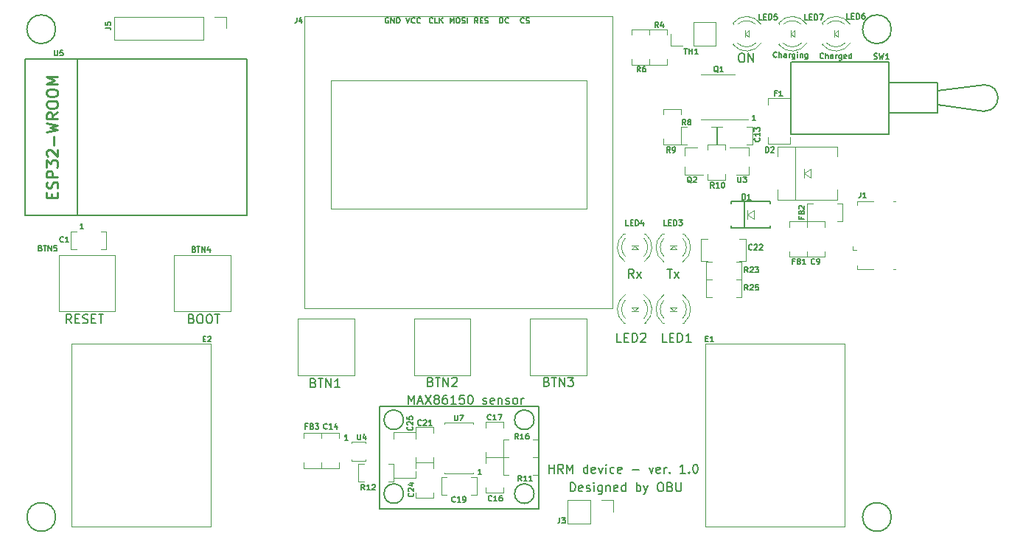
<source format=gbr>
G04 #@! TF.GenerationSoftware,KiCad,Pcbnew,(5.1.4)-1*
G04 #@! TF.CreationDate,2021-03-24T15:31:25+01:00*
G04 #@! TF.ProjectId,HRM,48524d2e-6b69-4636-9164-5f7063625858,rev?*
G04 #@! TF.SameCoordinates,Original*
G04 #@! TF.FileFunction,Legend,Top*
G04 #@! TF.FilePolarity,Positive*
%FSLAX46Y46*%
G04 Gerber Fmt 4.6, Leading zero omitted, Abs format (unit mm)*
G04 Created by KiCad (PCBNEW (5.1.4)-1) date 2021-03-24 15:31:25*
%MOMM*%
%LPD*%
G04 APERTURE LIST*
%ADD10C,0.127000*%
%ADD11C,0.203200*%
%ADD12C,0.177800*%
%ADD13C,0.150000*%
%ADD14C,0.120000*%
%ADD15C,0.254000*%
G04 APERTURE END LIST*
D10*
X121339428Y-118397261D02*
X120976571Y-118397261D01*
X121158000Y-118397261D02*
X121158000Y-117762261D01*
X121097523Y-117852976D01*
X121037047Y-117913452D01*
X120976571Y-117943690D01*
X198555428Y-105951261D02*
X198192571Y-105951261D01*
X198374000Y-105951261D02*
X198374000Y-105316261D01*
X198313523Y-105406976D01*
X198253047Y-105467452D01*
X198192571Y-105497690D01*
D11*
X133764142Y-128705428D02*
X133909285Y-128753809D01*
X133957666Y-128802190D01*
X134006047Y-128898952D01*
X134006047Y-129044095D01*
X133957666Y-129140857D01*
X133909285Y-129189238D01*
X133812523Y-129237619D01*
X133425476Y-129237619D01*
X133425476Y-128221619D01*
X133764142Y-128221619D01*
X133860904Y-128270000D01*
X133909285Y-128318380D01*
X133957666Y-128415142D01*
X133957666Y-128511904D01*
X133909285Y-128608666D01*
X133860904Y-128657047D01*
X133764142Y-128705428D01*
X133425476Y-128705428D01*
X134635000Y-128221619D02*
X134828523Y-128221619D01*
X134925285Y-128270000D01*
X135022047Y-128366761D01*
X135070428Y-128560285D01*
X135070428Y-128898952D01*
X135022047Y-129092476D01*
X134925285Y-129189238D01*
X134828523Y-129237619D01*
X134635000Y-129237619D01*
X134538238Y-129189238D01*
X134441476Y-129092476D01*
X134393095Y-128898952D01*
X134393095Y-128560285D01*
X134441476Y-128366761D01*
X134538238Y-128270000D01*
X134635000Y-128221619D01*
X135699380Y-128221619D02*
X135892904Y-128221619D01*
X135989666Y-128270000D01*
X136086428Y-128366761D01*
X136134809Y-128560285D01*
X136134809Y-128898952D01*
X136086428Y-129092476D01*
X135989666Y-129189238D01*
X135892904Y-129237619D01*
X135699380Y-129237619D01*
X135602619Y-129189238D01*
X135505857Y-129092476D01*
X135457476Y-128898952D01*
X135457476Y-128560285D01*
X135505857Y-128366761D01*
X135602619Y-128270000D01*
X135699380Y-128221619D01*
X136425095Y-128221619D02*
X137005666Y-128221619D01*
X136715380Y-129237619D02*
X136715380Y-128221619D01*
X119967380Y-129237619D02*
X119628714Y-128753809D01*
X119386809Y-129237619D02*
X119386809Y-128221619D01*
X119773857Y-128221619D01*
X119870619Y-128270000D01*
X119919000Y-128318380D01*
X119967380Y-128415142D01*
X119967380Y-128560285D01*
X119919000Y-128657047D01*
X119870619Y-128705428D01*
X119773857Y-128753809D01*
X119386809Y-128753809D01*
X120402809Y-128705428D02*
X120741476Y-128705428D01*
X120886619Y-129237619D02*
X120402809Y-129237619D01*
X120402809Y-128221619D01*
X120886619Y-128221619D01*
X121273666Y-129189238D02*
X121418809Y-129237619D01*
X121660714Y-129237619D01*
X121757476Y-129189238D01*
X121805857Y-129140857D01*
X121854238Y-129044095D01*
X121854238Y-128947333D01*
X121805857Y-128850571D01*
X121757476Y-128802190D01*
X121660714Y-128753809D01*
X121467190Y-128705428D01*
X121370428Y-128657047D01*
X121322047Y-128608666D01*
X121273666Y-128511904D01*
X121273666Y-128415142D01*
X121322047Y-128318380D01*
X121370428Y-128270000D01*
X121467190Y-128221619D01*
X121709095Y-128221619D01*
X121854238Y-128270000D01*
X122289666Y-128705428D02*
X122628333Y-128705428D01*
X122773476Y-129237619D02*
X122289666Y-129237619D01*
X122289666Y-128221619D01*
X122773476Y-128221619D01*
X123063761Y-128221619D02*
X123644333Y-128221619D01*
X123354047Y-129237619D02*
X123354047Y-128221619D01*
X184561238Y-124030619D02*
X184222571Y-123546809D01*
X183980666Y-124030619D02*
X183980666Y-123014619D01*
X184367714Y-123014619D01*
X184464476Y-123063000D01*
X184512857Y-123111380D01*
X184561238Y-123208142D01*
X184561238Y-123353285D01*
X184512857Y-123450047D01*
X184464476Y-123498428D01*
X184367714Y-123546809D01*
X183980666Y-123546809D01*
X184899904Y-124030619D02*
X185432095Y-123353285D01*
X184899904Y-123353285D02*
X185432095Y-124030619D01*
X188401476Y-123014619D02*
X188982047Y-123014619D01*
X188691761Y-124030619D02*
X188691761Y-123014619D01*
X189223952Y-124030619D02*
X189756142Y-123353285D01*
X189223952Y-123353285D02*
X189756142Y-124030619D01*
X158671380Y-138508619D02*
X158671380Y-137492619D01*
X159010047Y-138218333D01*
X159348714Y-137492619D01*
X159348714Y-138508619D01*
X159784142Y-138218333D02*
X160267952Y-138218333D01*
X159687380Y-138508619D02*
X160026047Y-137492619D01*
X160364714Y-138508619D01*
X160606619Y-137492619D02*
X161283952Y-138508619D01*
X161283952Y-137492619D02*
X160606619Y-138508619D01*
X161816142Y-137928047D02*
X161719380Y-137879666D01*
X161671000Y-137831285D01*
X161622619Y-137734523D01*
X161622619Y-137686142D01*
X161671000Y-137589380D01*
X161719380Y-137541000D01*
X161816142Y-137492619D01*
X162009666Y-137492619D01*
X162106428Y-137541000D01*
X162154809Y-137589380D01*
X162203190Y-137686142D01*
X162203190Y-137734523D01*
X162154809Y-137831285D01*
X162106428Y-137879666D01*
X162009666Y-137928047D01*
X161816142Y-137928047D01*
X161719380Y-137976428D01*
X161671000Y-138024809D01*
X161622619Y-138121571D01*
X161622619Y-138315095D01*
X161671000Y-138411857D01*
X161719380Y-138460238D01*
X161816142Y-138508619D01*
X162009666Y-138508619D01*
X162106428Y-138460238D01*
X162154809Y-138411857D01*
X162203190Y-138315095D01*
X162203190Y-138121571D01*
X162154809Y-138024809D01*
X162106428Y-137976428D01*
X162009666Y-137928047D01*
X163074047Y-137492619D02*
X162880523Y-137492619D01*
X162783761Y-137541000D01*
X162735380Y-137589380D01*
X162638619Y-137734523D01*
X162590238Y-137928047D01*
X162590238Y-138315095D01*
X162638619Y-138411857D01*
X162687000Y-138460238D01*
X162783761Y-138508619D01*
X162977285Y-138508619D01*
X163074047Y-138460238D01*
X163122428Y-138411857D01*
X163170809Y-138315095D01*
X163170809Y-138073190D01*
X163122428Y-137976428D01*
X163074047Y-137928047D01*
X162977285Y-137879666D01*
X162783761Y-137879666D01*
X162687000Y-137928047D01*
X162638619Y-137976428D01*
X162590238Y-138073190D01*
X164138428Y-138508619D02*
X163557857Y-138508619D01*
X163848142Y-138508619D02*
X163848142Y-137492619D01*
X163751380Y-137637761D01*
X163654619Y-137734523D01*
X163557857Y-137782904D01*
X165057666Y-137492619D02*
X164573857Y-137492619D01*
X164525476Y-137976428D01*
X164573857Y-137928047D01*
X164670619Y-137879666D01*
X164912523Y-137879666D01*
X165009285Y-137928047D01*
X165057666Y-137976428D01*
X165106047Y-138073190D01*
X165106047Y-138315095D01*
X165057666Y-138411857D01*
X165009285Y-138460238D01*
X164912523Y-138508619D01*
X164670619Y-138508619D01*
X164573857Y-138460238D01*
X164525476Y-138411857D01*
X165735000Y-137492619D02*
X165831761Y-137492619D01*
X165928523Y-137541000D01*
X165976904Y-137589380D01*
X166025285Y-137686142D01*
X166073666Y-137879666D01*
X166073666Y-138121571D01*
X166025285Y-138315095D01*
X165976904Y-138411857D01*
X165928523Y-138460238D01*
X165831761Y-138508619D01*
X165735000Y-138508619D01*
X165638238Y-138460238D01*
X165589857Y-138411857D01*
X165541476Y-138315095D01*
X165493095Y-138121571D01*
X165493095Y-137879666D01*
X165541476Y-137686142D01*
X165589857Y-137589380D01*
X165638238Y-137541000D01*
X165735000Y-137492619D01*
X167234809Y-138460238D02*
X167331571Y-138508619D01*
X167525095Y-138508619D01*
X167621857Y-138460238D01*
X167670238Y-138363476D01*
X167670238Y-138315095D01*
X167621857Y-138218333D01*
X167525095Y-138169952D01*
X167379952Y-138169952D01*
X167283190Y-138121571D01*
X167234809Y-138024809D01*
X167234809Y-137976428D01*
X167283190Y-137879666D01*
X167379952Y-137831285D01*
X167525095Y-137831285D01*
X167621857Y-137879666D01*
X168492714Y-138460238D02*
X168395952Y-138508619D01*
X168202428Y-138508619D01*
X168105666Y-138460238D01*
X168057285Y-138363476D01*
X168057285Y-137976428D01*
X168105666Y-137879666D01*
X168202428Y-137831285D01*
X168395952Y-137831285D01*
X168492714Y-137879666D01*
X168541095Y-137976428D01*
X168541095Y-138073190D01*
X168057285Y-138169952D01*
X168976523Y-137831285D02*
X168976523Y-138508619D01*
X168976523Y-137928047D02*
X169024904Y-137879666D01*
X169121666Y-137831285D01*
X169266809Y-137831285D01*
X169363571Y-137879666D01*
X169411952Y-137976428D01*
X169411952Y-138508619D01*
X169847380Y-138460238D02*
X169944142Y-138508619D01*
X170137666Y-138508619D01*
X170234428Y-138460238D01*
X170282809Y-138363476D01*
X170282809Y-138315095D01*
X170234428Y-138218333D01*
X170137666Y-138169952D01*
X169992523Y-138169952D01*
X169895761Y-138121571D01*
X169847380Y-138024809D01*
X169847380Y-137976428D01*
X169895761Y-137879666D01*
X169992523Y-137831285D01*
X170137666Y-137831285D01*
X170234428Y-137879666D01*
X170863380Y-138508619D02*
X170766619Y-138460238D01*
X170718238Y-138411857D01*
X170669857Y-138315095D01*
X170669857Y-138024809D01*
X170718238Y-137928047D01*
X170766619Y-137879666D01*
X170863380Y-137831285D01*
X171008523Y-137831285D01*
X171105285Y-137879666D01*
X171153666Y-137928047D01*
X171202047Y-138024809D01*
X171202047Y-138315095D01*
X171153666Y-138411857D01*
X171105285Y-138460238D01*
X171008523Y-138508619D01*
X170863380Y-138508619D01*
X171637476Y-138508619D02*
X171637476Y-137831285D01*
X171637476Y-138024809D02*
X171685857Y-137928047D01*
X171734238Y-137879666D01*
X171831000Y-137831285D01*
X171927761Y-137831285D01*
X174803761Y-146437619D02*
X174803761Y-145421619D01*
X174803761Y-145905428D02*
X175384333Y-145905428D01*
X175384333Y-146437619D02*
X175384333Y-145421619D01*
X176448714Y-146437619D02*
X176110047Y-145953809D01*
X175868142Y-146437619D02*
X175868142Y-145421619D01*
X176255190Y-145421619D01*
X176351952Y-145470000D01*
X176400333Y-145518380D01*
X176448714Y-145615142D01*
X176448714Y-145760285D01*
X176400333Y-145857047D01*
X176351952Y-145905428D01*
X176255190Y-145953809D01*
X175868142Y-145953809D01*
X176884142Y-146437619D02*
X176884142Y-145421619D01*
X177222809Y-146147333D01*
X177561476Y-145421619D01*
X177561476Y-146437619D01*
X179254809Y-146437619D02*
X179254809Y-145421619D01*
X179254809Y-146389238D02*
X179158047Y-146437619D01*
X178964523Y-146437619D01*
X178867761Y-146389238D01*
X178819380Y-146340857D01*
X178771000Y-146244095D01*
X178771000Y-145953809D01*
X178819380Y-145857047D01*
X178867761Y-145808666D01*
X178964523Y-145760285D01*
X179158047Y-145760285D01*
X179254809Y-145808666D01*
X180125666Y-146389238D02*
X180028904Y-146437619D01*
X179835380Y-146437619D01*
X179738619Y-146389238D01*
X179690238Y-146292476D01*
X179690238Y-145905428D01*
X179738619Y-145808666D01*
X179835380Y-145760285D01*
X180028904Y-145760285D01*
X180125666Y-145808666D01*
X180174047Y-145905428D01*
X180174047Y-146002190D01*
X179690238Y-146098952D01*
X180512714Y-145760285D02*
X180754619Y-146437619D01*
X180996523Y-145760285D01*
X181383571Y-146437619D02*
X181383571Y-145760285D01*
X181383571Y-145421619D02*
X181335190Y-145470000D01*
X181383571Y-145518380D01*
X181431952Y-145470000D01*
X181383571Y-145421619D01*
X181383571Y-145518380D01*
X182302809Y-146389238D02*
X182206047Y-146437619D01*
X182012523Y-146437619D01*
X181915761Y-146389238D01*
X181867380Y-146340857D01*
X181819000Y-146244095D01*
X181819000Y-145953809D01*
X181867380Y-145857047D01*
X181915761Y-145808666D01*
X182012523Y-145760285D01*
X182206047Y-145760285D01*
X182302809Y-145808666D01*
X183125285Y-146389238D02*
X183028523Y-146437619D01*
X182835000Y-146437619D01*
X182738238Y-146389238D01*
X182689857Y-146292476D01*
X182689857Y-145905428D01*
X182738238Y-145808666D01*
X182835000Y-145760285D01*
X183028523Y-145760285D01*
X183125285Y-145808666D01*
X183173666Y-145905428D01*
X183173666Y-146002190D01*
X182689857Y-146098952D01*
X184383190Y-146050571D02*
X185157285Y-146050571D01*
X186318428Y-145760285D02*
X186560333Y-146437619D01*
X186802238Y-145760285D01*
X187576333Y-146389238D02*
X187479571Y-146437619D01*
X187286047Y-146437619D01*
X187189285Y-146389238D01*
X187140904Y-146292476D01*
X187140904Y-145905428D01*
X187189285Y-145808666D01*
X187286047Y-145760285D01*
X187479571Y-145760285D01*
X187576333Y-145808666D01*
X187624714Y-145905428D01*
X187624714Y-146002190D01*
X187140904Y-146098952D01*
X188060142Y-146437619D02*
X188060142Y-145760285D01*
X188060142Y-145953809D02*
X188108523Y-145857047D01*
X188156904Y-145808666D01*
X188253666Y-145760285D01*
X188350428Y-145760285D01*
X188689095Y-146340857D02*
X188737476Y-146389238D01*
X188689095Y-146437619D01*
X188640714Y-146389238D01*
X188689095Y-146340857D01*
X188689095Y-146437619D01*
X190479190Y-146437619D02*
X189898619Y-146437619D01*
X190188904Y-146437619D02*
X190188904Y-145421619D01*
X190092142Y-145566761D01*
X189995380Y-145663523D01*
X189898619Y-145711904D01*
X190914619Y-146340857D02*
X190963000Y-146389238D01*
X190914619Y-146437619D01*
X190866238Y-146389238D01*
X190914619Y-146340857D01*
X190914619Y-146437619D01*
X191591952Y-145421619D02*
X191688714Y-145421619D01*
X191785476Y-145470000D01*
X191833857Y-145518380D01*
X191882238Y-145615142D01*
X191930619Y-145808666D01*
X191930619Y-146050571D01*
X191882238Y-146244095D01*
X191833857Y-146340857D01*
X191785476Y-146389238D01*
X191688714Y-146437619D01*
X191591952Y-146437619D01*
X191495190Y-146389238D01*
X191446809Y-146340857D01*
X191398428Y-146244095D01*
X191350047Y-146050571D01*
X191350047Y-145808666D01*
X191398428Y-145615142D01*
X191446809Y-145518380D01*
X191495190Y-145470000D01*
X191591952Y-145421619D01*
X177280904Y-148541619D02*
X177280904Y-147525619D01*
X177522809Y-147525619D01*
X177667952Y-147574000D01*
X177764714Y-147670761D01*
X177813095Y-147767523D01*
X177861476Y-147961047D01*
X177861476Y-148106190D01*
X177813095Y-148299714D01*
X177764714Y-148396476D01*
X177667952Y-148493238D01*
X177522809Y-148541619D01*
X177280904Y-148541619D01*
X178683952Y-148493238D02*
X178587190Y-148541619D01*
X178393666Y-148541619D01*
X178296904Y-148493238D01*
X178248523Y-148396476D01*
X178248523Y-148009428D01*
X178296904Y-147912666D01*
X178393666Y-147864285D01*
X178587190Y-147864285D01*
X178683952Y-147912666D01*
X178732333Y-148009428D01*
X178732333Y-148106190D01*
X178248523Y-148202952D01*
X179119380Y-148493238D02*
X179216142Y-148541619D01*
X179409666Y-148541619D01*
X179506428Y-148493238D01*
X179554809Y-148396476D01*
X179554809Y-148348095D01*
X179506428Y-148251333D01*
X179409666Y-148202952D01*
X179264523Y-148202952D01*
X179167761Y-148154571D01*
X179119380Y-148057809D01*
X179119380Y-148009428D01*
X179167761Y-147912666D01*
X179264523Y-147864285D01*
X179409666Y-147864285D01*
X179506428Y-147912666D01*
X179990238Y-148541619D02*
X179990238Y-147864285D01*
X179990238Y-147525619D02*
X179941857Y-147574000D01*
X179990238Y-147622380D01*
X180038619Y-147574000D01*
X179990238Y-147525619D01*
X179990238Y-147622380D01*
X180909476Y-147864285D02*
X180909476Y-148686761D01*
X180861095Y-148783523D01*
X180812714Y-148831904D01*
X180715952Y-148880285D01*
X180570809Y-148880285D01*
X180474047Y-148831904D01*
X180909476Y-148493238D02*
X180812714Y-148541619D01*
X180619190Y-148541619D01*
X180522428Y-148493238D01*
X180474047Y-148444857D01*
X180425666Y-148348095D01*
X180425666Y-148057809D01*
X180474047Y-147961047D01*
X180522428Y-147912666D01*
X180619190Y-147864285D01*
X180812714Y-147864285D01*
X180909476Y-147912666D01*
X181393285Y-147864285D02*
X181393285Y-148541619D01*
X181393285Y-147961047D02*
X181441666Y-147912666D01*
X181538428Y-147864285D01*
X181683571Y-147864285D01*
X181780333Y-147912666D01*
X181828714Y-148009428D01*
X181828714Y-148541619D01*
X182699571Y-148493238D02*
X182602809Y-148541619D01*
X182409285Y-148541619D01*
X182312523Y-148493238D01*
X182264142Y-148396476D01*
X182264142Y-148009428D01*
X182312523Y-147912666D01*
X182409285Y-147864285D01*
X182602809Y-147864285D01*
X182699571Y-147912666D01*
X182747952Y-148009428D01*
X182747952Y-148106190D01*
X182264142Y-148202952D01*
X183618809Y-148541619D02*
X183618809Y-147525619D01*
X183618809Y-148493238D02*
X183522047Y-148541619D01*
X183328523Y-148541619D01*
X183231761Y-148493238D01*
X183183380Y-148444857D01*
X183135000Y-148348095D01*
X183135000Y-148057809D01*
X183183380Y-147961047D01*
X183231761Y-147912666D01*
X183328523Y-147864285D01*
X183522047Y-147864285D01*
X183618809Y-147912666D01*
X184876714Y-148541619D02*
X184876714Y-147525619D01*
X184876714Y-147912666D02*
X184973476Y-147864285D01*
X185167000Y-147864285D01*
X185263761Y-147912666D01*
X185312142Y-147961047D01*
X185360523Y-148057809D01*
X185360523Y-148348095D01*
X185312142Y-148444857D01*
X185263761Y-148493238D01*
X185167000Y-148541619D01*
X184973476Y-148541619D01*
X184876714Y-148493238D01*
X185699190Y-147864285D02*
X185941095Y-148541619D01*
X186183000Y-147864285D02*
X185941095Y-148541619D01*
X185844333Y-148783523D01*
X185795952Y-148831904D01*
X185699190Y-148880285D01*
X187537666Y-147525619D02*
X187731190Y-147525619D01*
X187827952Y-147574000D01*
X187924714Y-147670761D01*
X187973095Y-147864285D01*
X187973095Y-148202952D01*
X187924714Y-148396476D01*
X187827952Y-148493238D01*
X187731190Y-148541619D01*
X187537666Y-148541619D01*
X187440904Y-148493238D01*
X187344142Y-148396476D01*
X187295761Y-148202952D01*
X187295761Y-147864285D01*
X187344142Y-147670761D01*
X187440904Y-147574000D01*
X187537666Y-147525619D01*
X188747190Y-148009428D02*
X188892333Y-148057809D01*
X188940714Y-148106190D01*
X188989095Y-148202952D01*
X188989095Y-148348095D01*
X188940714Y-148444857D01*
X188892333Y-148493238D01*
X188795571Y-148541619D01*
X188408523Y-148541619D01*
X188408523Y-147525619D01*
X188747190Y-147525619D01*
X188843952Y-147574000D01*
X188892333Y-147622380D01*
X188940714Y-147719142D01*
X188940714Y-147815904D01*
X188892333Y-147912666D01*
X188843952Y-147961047D01*
X188747190Y-148009428D01*
X188408523Y-148009428D01*
X189424523Y-147525619D02*
X189424523Y-148348095D01*
X189472904Y-148444857D01*
X189521285Y-148493238D01*
X189618047Y-148541619D01*
X189811571Y-148541619D01*
X189908333Y-148493238D01*
X189956714Y-148444857D01*
X190005095Y-148348095D01*
X190005095Y-147525619D01*
D12*
X196856047Y-98249619D02*
X197049571Y-98249619D01*
X197146333Y-98298000D01*
X197243095Y-98394761D01*
X197291476Y-98588285D01*
X197291476Y-98926952D01*
X197243095Y-99120476D01*
X197146333Y-99217238D01*
X197049571Y-99265619D01*
X196856047Y-99265619D01*
X196759285Y-99217238D01*
X196662523Y-99120476D01*
X196614142Y-98926952D01*
X196614142Y-98588285D01*
X196662523Y-98394761D01*
X196759285Y-98298000D01*
X196856047Y-98249619D01*
X197726904Y-99265619D02*
X197726904Y-98249619D01*
X198307476Y-99265619D01*
X198307476Y-98249619D01*
D10*
X200977500Y-98651785D02*
X200947261Y-98682023D01*
X200856547Y-98712261D01*
X200796071Y-98712261D01*
X200705357Y-98682023D01*
X200644880Y-98621547D01*
X200614642Y-98561071D01*
X200584404Y-98440119D01*
X200584404Y-98349404D01*
X200614642Y-98228452D01*
X200644880Y-98167976D01*
X200705357Y-98107500D01*
X200796071Y-98077261D01*
X200856547Y-98077261D01*
X200947261Y-98107500D01*
X200977500Y-98137738D01*
X201249642Y-98712261D02*
X201249642Y-98077261D01*
X201521785Y-98712261D02*
X201521785Y-98379642D01*
X201491547Y-98319166D01*
X201431071Y-98288928D01*
X201340357Y-98288928D01*
X201279880Y-98319166D01*
X201249642Y-98349404D01*
X202096309Y-98712261D02*
X202096309Y-98379642D01*
X202066071Y-98319166D01*
X202005595Y-98288928D01*
X201884642Y-98288928D01*
X201824166Y-98319166D01*
X202096309Y-98682023D02*
X202035833Y-98712261D01*
X201884642Y-98712261D01*
X201824166Y-98682023D01*
X201793928Y-98621547D01*
X201793928Y-98561071D01*
X201824166Y-98500595D01*
X201884642Y-98470357D01*
X202035833Y-98470357D01*
X202096309Y-98440119D01*
X202398690Y-98712261D02*
X202398690Y-98288928D01*
X202398690Y-98409880D02*
X202428928Y-98349404D01*
X202459166Y-98319166D01*
X202519642Y-98288928D01*
X202580119Y-98288928D01*
X203063928Y-98288928D02*
X203063928Y-98802976D01*
X203033690Y-98863452D01*
X203003452Y-98893690D01*
X202942976Y-98923928D01*
X202852261Y-98923928D01*
X202791785Y-98893690D01*
X203063928Y-98682023D02*
X203003452Y-98712261D01*
X202882500Y-98712261D01*
X202822023Y-98682023D01*
X202791785Y-98651785D01*
X202761547Y-98591309D01*
X202761547Y-98409880D01*
X202791785Y-98349404D01*
X202822023Y-98319166D01*
X202882500Y-98288928D01*
X203003452Y-98288928D01*
X203063928Y-98319166D01*
X203366309Y-98712261D02*
X203366309Y-98288928D01*
X203366309Y-98077261D02*
X203336071Y-98107500D01*
X203366309Y-98137738D01*
X203396547Y-98107500D01*
X203366309Y-98077261D01*
X203366309Y-98137738D01*
X203668690Y-98288928D02*
X203668690Y-98712261D01*
X203668690Y-98349404D02*
X203698928Y-98319166D01*
X203759404Y-98288928D01*
X203850119Y-98288928D01*
X203910595Y-98319166D01*
X203940833Y-98379642D01*
X203940833Y-98712261D01*
X204515357Y-98288928D02*
X204515357Y-98802976D01*
X204485119Y-98863452D01*
X204454880Y-98893690D01*
X204394404Y-98923928D01*
X204303690Y-98923928D01*
X204243214Y-98893690D01*
X204515357Y-98682023D02*
X204454880Y-98712261D01*
X204333928Y-98712261D01*
X204273452Y-98682023D01*
X204243214Y-98651785D01*
X204212976Y-98591309D01*
X204212976Y-98409880D01*
X204243214Y-98349404D01*
X204273452Y-98319166D01*
X204333928Y-98288928D01*
X204454880Y-98288928D01*
X204515357Y-98319166D01*
X206350809Y-98778785D02*
X206320571Y-98809023D01*
X206229857Y-98839261D01*
X206169380Y-98839261D01*
X206078666Y-98809023D01*
X206018190Y-98748547D01*
X205987952Y-98688071D01*
X205957714Y-98567119D01*
X205957714Y-98476404D01*
X205987952Y-98355452D01*
X206018190Y-98294976D01*
X206078666Y-98234500D01*
X206169380Y-98204261D01*
X206229857Y-98204261D01*
X206320571Y-98234500D01*
X206350809Y-98264738D01*
X206622952Y-98839261D02*
X206622952Y-98204261D01*
X206895095Y-98839261D02*
X206895095Y-98506642D01*
X206864857Y-98446166D01*
X206804380Y-98415928D01*
X206713666Y-98415928D01*
X206653190Y-98446166D01*
X206622952Y-98476404D01*
X207469619Y-98839261D02*
X207469619Y-98506642D01*
X207439380Y-98446166D01*
X207378904Y-98415928D01*
X207257952Y-98415928D01*
X207197476Y-98446166D01*
X207469619Y-98809023D02*
X207409142Y-98839261D01*
X207257952Y-98839261D01*
X207197476Y-98809023D01*
X207167238Y-98748547D01*
X207167238Y-98688071D01*
X207197476Y-98627595D01*
X207257952Y-98597357D01*
X207409142Y-98597357D01*
X207469619Y-98567119D01*
X207772000Y-98839261D02*
X207772000Y-98415928D01*
X207772000Y-98536880D02*
X207802238Y-98476404D01*
X207832476Y-98446166D01*
X207892952Y-98415928D01*
X207953428Y-98415928D01*
X208437238Y-98415928D02*
X208437238Y-98929976D01*
X208407000Y-98990452D01*
X208376761Y-99020690D01*
X208316285Y-99050928D01*
X208225571Y-99050928D01*
X208165095Y-99020690D01*
X208437238Y-98809023D02*
X208376761Y-98839261D01*
X208255809Y-98839261D01*
X208195333Y-98809023D01*
X208165095Y-98778785D01*
X208134857Y-98718309D01*
X208134857Y-98536880D01*
X208165095Y-98476404D01*
X208195333Y-98446166D01*
X208255809Y-98415928D01*
X208376761Y-98415928D01*
X208437238Y-98446166D01*
X208981523Y-98809023D02*
X208921047Y-98839261D01*
X208800095Y-98839261D01*
X208739619Y-98809023D01*
X208709380Y-98748547D01*
X208709380Y-98506642D01*
X208739619Y-98446166D01*
X208800095Y-98415928D01*
X208921047Y-98415928D01*
X208981523Y-98446166D01*
X209011761Y-98506642D01*
X209011761Y-98567119D01*
X208709380Y-98627595D01*
X209556047Y-98839261D02*
X209556047Y-98204261D01*
X209556047Y-98809023D02*
X209495571Y-98839261D01*
X209374619Y-98839261D01*
X209314142Y-98809023D01*
X209283904Y-98778785D01*
X209253666Y-98718309D01*
X209253666Y-98536880D01*
X209283904Y-98476404D01*
X209314142Y-98446166D01*
X209374619Y-98415928D01*
X209495571Y-98415928D01*
X209556047Y-98446166D01*
D13*
X155354000Y-138772000D02*
X155343000Y-150578000D01*
X173642000Y-138772000D02*
X155354000Y-138772000D01*
X173643000Y-150578000D02*
X173642000Y-138772000D01*
X155343000Y-150578000D02*
X173632000Y-150578000D01*
D14*
X202520000Y-103396500D02*
X202520000Y-104158500D01*
X202520000Y-103396500D02*
X199980000Y-103396500D01*
X199980000Y-103396500D02*
X199980000Y-104158500D01*
X199980000Y-108603500D02*
X199980000Y-107841500D01*
X202520000Y-108603500D02*
X202520000Y-107841500D01*
X199980000Y-108603500D02*
X202520000Y-108603500D01*
X149740000Y-116050000D02*
X149740000Y-101350000D01*
X179140000Y-116050000D02*
X149740000Y-116050000D01*
X179140000Y-101350000D02*
X179140000Y-116050000D01*
X149740000Y-101350000D02*
X179140000Y-101350000D01*
X146750000Y-127500000D02*
X146750000Y-94000000D01*
X182150000Y-127500000D02*
X146750000Y-127500000D01*
X182150000Y-94000000D02*
X182150000Y-127500000D01*
X146750000Y-94000000D02*
X182150000Y-94000000D01*
X124980000Y-121405000D02*
X124980000Y-127865000D01*
X118520000Y-121405000D02*
X124980000Y-121405000D01*
X118520000Y-127865000D02*
X124980000Y-127865000D01*
X118520000Y-121405000D02*
X118520000Y-127865000D01*
X131770000Y-121405000D02*
X131770000Y-127865000D01*
X131770000Y-127865000D02*
X138230000Y-127865000D01*
X131770000Y-121405000D02*
X138230000Y-121405000D01*
X138230000Y-121405000D02*
X138230000Y-127865000D01*
X145995000Y-128723000D02*
X145995000Y-135183000D01*
X145995000Y-135183000D02*
X152455000Y-135183000D01*
X145995000Y-128723000D02*
X152455000Y-128723000D01*
X152455000Y-128723000D02*
X152455000Y-135183000D01*
X179125000Y-128723000D02*
X179125000Y-135183000D01*
X172665000Y-128723000D02*
X179125000Y-128723000D01*
X172665000Y-135183000D02*
X179125000Y-135183000D01*
X172665000Y-128723000D02*
X172665000Y-135183000D01*
X119888000Y-118745000D02*
X119888000Y-120777000D01*
X123952000Y-120777000D02*
X123952000Y-118745000D01*
X123952000Y-120777000D02*
X123317000Y-120777000D01*
X123952000Y-118745000D02*
X123317000Y-118745000D01*
X120523000Y-120777000D02*
X119888000Y-120777000D01*
X120523000Y-118745000D02*
X119888000Y-118745000D01*
X204494500Y-121591500D02*
X206526500Y-121591500D01*
X206526500Y-117527500D02*
X204494500Y-117527500D01*
X206526500Y-117527500D02*
X206526500Y-118162500D01*
X204494500Y-117527500D02*
X204494500Y-118162500D01*
X206526500Y-120956500D02*
X206526500Y-121591500D01*
X204494500Y-120956500D02*
X204494500Y-121591500D01*
X197540000Y-108712000D02*
X198175000Y-108712000D01*
X197540000Y-106680000D02*
X198175000Y-106680000D01*
X194111000Y-108712000D02*
X194746000Y-108712000D01*
X194111000Y-106680000D02*
X194746000Y-106680000D01*
X194111000Y-106680000D02*
X194111000Y-108712000D01*
X198175000Y-108712000D02*
X198175000Y-106680000D01*
X150710500Y-142439000D02*
X150710500Y-141804000D01*
X148678500Y-142439000D02*
X148678500Y-141804000D01*
X150710500Y-145868000D02*
X150710500Y-145233000D01*
X148678500Y-145868000D02*
X148678500Y-145233000D01*
X148678500Y-145868000D02*
X150710500Y-145868000D01*
X150710500Y-141804000D02*
X148678500Y-141804000D01*
X169580000Y-145287000D02*
X169580000Y-144652000D01*
X167548000Y-145287000D02*
X167548000Y-144652000D01*
X169580000Y-148716000D02*
X169580000Y-148081000D01*
X167548000Y-148716000D02*
X167548000Y-148081000D01*
X167548000Y-148716000D02*
X169580000Y-148716000D01*
X169580000Y-144652000D02*
X167548000Y-144652000D01*
X169580000Y-141223000D02*
X169580000Y-140588000D01*
X167548000Y-141223000D02*
X167548000Y-140588000D01*
X169580000Y-144652000D02*
X169580000Y-144017000D01*
X167548000Y-144652000D02*
X167548000Y-144017000D01*
X167548000Y-144652000D02*
X169580000Y-144652000D01*
X169580000Y-140588000D02*
X167548000Y-140588000D01*
X165884000Y-148932000D02*
X166519000Y-148932000D01*
X165884000Y-146900000D02*
X166519000Y-146900000D01*
X162455000Y-148932000D02*
X163090000Y-148932000D01*
X162455000Y-146900000D02*
X163090000Y-146900000D01*
X162455000Y-146900000D02*
X162455000Y-148932000D01*
X166519000Y-148932000D02*
X166519000Y-146900000D01*
X159537000Y-148662000D02*
X159537000Y-149297000D01*
X161569000Y-148662000D02*
X161569000Y-149297000D01*
X159537000Y-145233000D02*
X159537000Y-145868000D01*
X161569000Y-145233000D02*
X161569000Y-145868000D01*
X161569000Y-145233000D02*
X159537000Y-145233000D01*
X159537000Y-149297000D02*
X161569000Y-149297000D01*
X161569000Y-141169000D02*
X159537000Y-141169000D01*
X159537000Y-145233000D02*
X161569000Y-145233000D01*
X159537000Y-145233000D02*
X159537000Y-144598000D01*
X161569000Y-145233000D02*
X161569000Y-144598000D01*
X159537000Y-141804000D02*
X159537000Y-141169000D01*
X161569000Y-141804000D02*
X161569000Y-141169000D01*
D13*
X195750000Y-115500000D02*
X195750000Y-115250000D01*
X195750000Y-115250000D02*
X200250000Y-115250000D01*
X200250000Y-115250000D02*
X200250000Y-115500000D01*
X195750000Y-118000000D02*
X195750000Y-118250000D01*
X195750000Y-118250000D02*
X200250000Y-118250000D01*
X200250000Y-118250000D02*
X200250000Y-118000000D01*
X197250000Y-115500000D02*
X197250000Y-118250000D01*
X197250000Y-115250000D02*
X197250000Y-115500000D01*
D14*
X198381000Y-116242000D02*
X198381000Y-117258000D01*
X198381000Y-116242000D02*
X197619000Y-116750000D01*
X197619000Y-116750000D02*
X198381000Y-117258000D01*
X197619000Y-116242000D02*
X197619000Y-117258000D01*
X207929000Y-108952000D02*
X207929000Y-110095000D01*
X207929000Y-115048000D02*
X207929000Y-113905000D01*
X201071000Y-115048000D02*
X201071000Y-113905000D01*
X201071000Y-108952000D02*
X201071000Y-110095000D01*
X203103000Y-108952000D02*
X203103000Y-115048000D01*
X201071000Y-115048000D02*
X207929000Y-115048000D01*
X207929000Y-108952000D02*
X201071000Y-108952000D01*
X204119000Y-112000000D02*
X204881000Y-111492000D01*
X204881000Y-111492000D02*
X204881000Y-112508000D01*
X204881000Y-112508000D02*
X204119000Y-112000000D01*
X204119000Y-111492000D02*
X204119000Y-112508000D01*
X204494500Y-117527500D02*
X202462500Y-117527500D01*
X202462500Y-121591500D02*
X204494500Y-121591500D01*
X202462500Y-121591500D02*
X202462500Y-120956500D01*
X204494500Y-121591500D02*
X204494500Y-120956500D01*
X202462500Y-118162500D02*
X202462500Y-117527500D01*
X204494500Y-118162500D02*
X204494500Y-117527500D01*
X208558500Y-117527500D02*
X208558500Y-115495500D01*
X204494500Y-115495500D02*
X204494500Y-117527500D01*
X204494500Y-115495500D02*
X205129500Y-115495500D01*
X204494500Y-117527500D02*
X205129500Y-117527500D01*
X207923500Y-115495500D02*
X208558500Y-115495500D01*
X207923500Y-117527500D02*
X208558500Y-117527500D01*
X210237500Y-123015000D02*
X210237500Y-122565000D01*
X212087500Y-123015000D02*
X210237500Y-123015000D01*
X214637500Y-115215000D02*
X214387500Y-115215000D01*
X214637500Y-123015000D02*
X214387500Y-123015000D01*
X212087500Y-115215000D02*
X210237500Y-115215000D01*
X210237500Y-115215000D02*
X210237500Y-115665000D01*
X209687500Y-120815000D02*
X209687500Y-120365000D01*
X209687500Y-120815000D02*
X210137500Y-120815000D01*
D13*
X214141556Y-151478000D02*
G75*
G03X214141556Y-151478000I-1648556J0D01*
G01*
X118141556Y-95478000D02*
G75*
G03X118141556Y-95478000I-1648556J0D01*
G01*
X118141556Y-151478000D02*
G75*
G03X118141556Y-151478000I-1648556J0D01*
G01*
X214141556Y-95478000D02*
G75*
G03X214141556Y-95478000I-1648556J0D01*
G01*
D14*
X207579500Y-95619000D02*
X207579500Y-96381000D01*
X207617600Y-96000000D02*
X207998600Y-96381000D01*
X207998600Y-95619000D02*
X207617600Y-96000000D01*
X207998600Y-96381000D02*
X207998600Y-95619000D01*
X206210000Y-97080000D02*
X206210000Y-97236000D01*
X206210000Y-94764000D02*
X206210000Y-94920000D01*
X208811130Y-97079837D02*
G75*
G02X206729039Y-97080000I-1041130J1079837D01*
G01*
X208811130Y-94920163D02*
G75*
G03X206729039Y-94920000I-1041130J-1079837D01*
G01*
X209442335Y-97078608D02*
G75*
G02X206210000Y-97235516I-1672335J1078608D01*
G01*
X209442335Y-94921392D02*
G75*
G03X206210000Y-94764484I-1672335J-1078608D01*
G01*
X204442335Y-94921392D02*
G75*
G03X201210000Y-94764484I-1672335J-1078608D01*
G01*
X204442335Y-97078608D02*
G75*
G02X201210000Y-97235516I-1672335J1078608D01*
G01*
X203811130Y-94920163D02*
G75*
G03X201729039Y-94920000I-1041130J-1079837D01*
G01*
X203811130Y-97079837D02*
G75*
G02X201729039Y-97080000I-1041130J1079837D01*
G01*
X201210000Y-94764000D02*
X201210000Y-94920000D01*
X201210000Y-97080000D02*
X201210000Y-97236000D01*
X202998600Y-96381000D02*
X202998600Y-95619000D01*
X202998600Y-95619000D02*
X202617600Y-96000000D01*
X202617600Y-96000000D02*
X202998600Y-96381000D01*
X202579500Y-95619000D02*
X202579500Y-96381000D01*
X190181608Y-122195335D02*
G75*
G03X190338516Y-118963000I-1078608J1672335D01*
G01*
X188024392Y-122195335D02*
G75*
G02X187867484Y-118963000I1078608J1672335D01*
G01*
X190182837Y-121564130D02*
G75*
G03X190183000Y-119482039I-1079837J1041130D01*
G01*
X188023163Y-121564130D02*
G75*
G02X188023000Y-119482039I1079837J1041130D01*
G01*
X190339000Y-118963000D02*
X190183000Y-118963000D01*
X188023000Y-118963000D02*
X187867000Y-118963000D01*
X188722000Y-120751600D02*
X189484000Y-120751600D01*
X189484000Y-120751600D02*
X189103000Y-120370600D01*
X189103000Y-120370600D02*
X188722000Y-120751600D01*
X189484000Y-120332500D02*
X188722000Y-120332500D01*
X185039000Y-120329500D02*
X184277000Y-120329500D01*
X184658000Y-120367600D02*
X184277000Y-120748600D01*
X185039000Y-120748600D02*
X184658000Y-120367600D01*
X184277000Y-120748600D02*
X185039000Y-120748600D01*
X183578000Y-118960000D02*
X183422000Y-118960000D01*
X185894000Y-118960000D02*
X185738000Y-118960000D01*
X183578163Y-121561130D02*
G75*
G02X183578000Y-119479039I1079837J1041130D01*
G01*
X185737837Y-121561130D02*
G75*
G03X185738000Y-119479039I-1079837J1041130D01*
G01*
X183579392Y-122192335D02*
G75*
G02X183422484Y-118960000I1078608J1672335D01*
G01*
X185736608Y-122192335D02*
G75*
G03X185893516Y-118960000I-1078608J1672335D01*
G01*
X197329500Y-95619000D02*
X197329500Y-96381000D01*
X197367600Y-96000000D02*
X197748600Y-96381000D01*
X197748600Y-95619000D02*
X197367600Y-96000000D01*
X197748600Y-96381000D02*
X197748600Y-95619000D01*
X195960000Y-97080000D02*
X195960000Y-97236000D01*
X195960000Y-94764000D02*
X195960000Y-94920000D01*
X198561130Y-97079837D02*
G75*
G02X196479039Y-97080000I-1041130J1079837D01*
G01*
X198561130Y-94920163D02*
G75*
G03X196479039Y-94920000I-1041130J-1079837D01*
G01*
X199192335Y-97078608D02*
G75*
G02X195960000Y-97235516I-1672335J1078608D01*
G01*
X199192335Y-94921392D02*
G75*
G03X195960000Y-94764484I-1672335J-1078608D01*
G01*
X188722000Y-127825500D02*
X189484000Y-127825500D01*
X189103000Y-127787400D02*
X189484000Y-127406400D01*
X188722000Y-127406400D02*
X189103000Y-127787400D01*
X189484000Y-127406400D02*
X188722000Y-127406400D01*
X190183000Y-129195000D02*
X190339000Y-129195000D01*
X187867000Y-129195000D02*
X188023000Y-129195000D01*
X190182837Y-126593870D02*
G75*
G02X190183000Y-128675961I-1079837J-1041130D01*
G01*
X188023163Y-126593870D02*
G75*
G03X188023000Y-128675961I1079837J-1041130D01*
G01*
X190181608Y-125962665D02*
G75*
G02X190338516Y-129195000I-1078608J-1672335D01*
G01*
X188024392Y-125962665D02*
G75*
G03X187867484Y-129195000I1078608J-1672335D01*
G01*
X183579392Y-125962665D02*
G75*
G03X183422484Y-129195000I1078608J-1672335D01*
G01*
X185736608Y-125962665D02*
G75*
G02X185893516Y-129195000I-1078608J-1672335D01*
G01*
X183578163Y-126593870D02*
G75*
G03X183578000Y-128675961I1079837J-1041130D01*
G01*
X185737837Y-126593870D02*
G75*
G02X185738000Y-128675961I-1079837J-1041130D01*
G01*
X183422000Y-129195000D02*
X183578000Y-129195000D01*
X185738000Y-129195000D02*
X185894000Y-129195000D01*
X185039000Y-127406400D02*
X184277000Y-127406400D01*
X184277000Y-127406400D02*
X184658000Y-127787400D01*
X184658000Y-127787400D02*
X185039000Y-127406400D01*
X184277000Y-127825500D02*
X185039000Y-127825500D01*
X194250000Y-100690000D02*
X192300000Y-100690000D01*
X194250000Y-100690000D02*
X196200000Y-100690000D01*
X194250000Y-105810000D02*
X192300000Y-105810000D01*
X194250000Y-105810000D02*
X197700000Y-105810000D01*
X190410500Y-109057000D02*
X191870500Y-109057000D01*
X190410500Y-112217000D02*
X192570500Y-112217000D01*
X190410500Y-112217000D02*
X190410500Y-111287000D01*
X190410500Y-109057000D02*
X190410500Y-109987000D01*
X186361000Y-98933000D02*
X186361000Y-99568000D01*
X188393000Y-98933000D02*
X188393000Y-99568000D01*
X186361000Y-95504000D02*
X186361000Y-96139000D01*
X188393000Y-95504000D02*
X188393000Y-96139000D01*
X188393000Y-95504000D02*
X186361000Y-95504000D01*
X186361000Y-99568000D02*
X188393000Y-99568000D01*
X184277000Y-99568000D02*
X186309000Y-99568000D01*
X186309000Y-95504000D02*
X184277000Y-95504000D01*
X186309000Y-95504000D02*
X186309000Y-96139000D01*
X184277000Y-95504000D02*
X184277000Y-96139000D01*
X186309000Y-98933000D02*
X186309000Y-99568000D01*
X184277000Y-98933000D02*
X184277000Y-99568000D01*
X193421000Y-108712000D02*
X194056000Y-108712000D01*
X193421000Y-106680000D02*
X194056000Y-106680000D01*
X189992000Y-108712000D02*
X190627000Y-108712000D01*
X189992000Y-106680000D02*
X190627000Y-106680000D01*
X189992000Y-106680000D02*
X189992000Y-108712000D01*
X194056000Y-108712000D02*
X194056000Y-106680000D01*
X187960000Y-108712000D02*
X189992000Y-108712000D01*
X189992000Y-104648000D02*
X187960000Y-104648000D01*
X189992000Y-104648000D02*
X189992000Y-105283000D01*
X187960000Y-104648000D02*
X187960000Y-105283000D01*
X189992000Y-108077000D02*
X189992000Y-108712000D01*
X187960000Y-108077000D02*
X187960000Y-108712000D01*
X193075500Y-112776000D02*
X195107500Y-112776000D01*
X195107500Y-108712000D02*
X193075500Y-108712000D01*
X195107500Y-108712000D02*
X195107500Y-109347000D01*
X193075500Y-108712000D02*
X193075500Y-109347000D01*
X195107500Y-112141000D02*
X195107500Y-112776000D01*
X193075500Y-112141000D02*
X193075500Y-112776000D01*
X173644000Y-146684000D02*
X173644000Y-144652000D01*
X169580000Y-144652000D02*
X169580000Y-146684000D01*
X169580000Y-144652000D02*
X170215000Y-144652000D01*
X169580000Y-146684000D02*
X170215000Y-146684000D01*
X173009000Y-144652000D02*
X173644000Y-144652000D01*
X173009000Y-146684000D02*
X173644000Y-146684000D01*
X152908000Y-145349000D02*
X152908000Y-147381000D01*
X156972000Y-147381000D02*
X156972000Y-145349000D01*
X156972000Y-147381000D02*
X156337000Y-147381000D01*
X156972000Y-145349000D02*
X156337000Y-145349000D01*
X153543000Y-147381000D02*
X152908000Y-147381000D01*
X153543000Y-145349000D02*
X152908000Y-145349000D01*
X196938000Y-124195000D02*
X196938000Y-122163000D01*
X192874000Y-122163000D02*
X192874000Y-124195000D01*
X192874000Y-122163000D02*
X193509000Y-122163000D01*
X192874000Y-124195000D02*
X193509000Y-124195000D01*
X196303000Y-122163000D02*
X196938000Y-122163000D01*
X196303000Y-124195000D02*
X196938000Y-124195000D01*
X173644000Y-144652000D02*
X173644000Y-142620000D01*
X169580000Y-142620000D02*
X169580000Y-144652000D01*
X169580000Y-142620000D02*
X170215000Y-142620000D01*
X169580000Y-144652000D02*
X170215000Y-144652000D01*
X173009000Y-142620000D02*
X173644000Y-142620000D01*
X173009000Y-144652000D02*
X173644000Y-144652000D01*
X193509000Y-124195000D02*
X192874000Y-124195000D01*
X193509000Y-126227000D02*
X192874000Y-126227000D01*
X196938000Y-124195000D02*
X196303000Y-124195000D01*
X196938000Y-126227000D02*
X196303000Y-126227000D01*
X196938000Y-126227000D02*
X196938000Y-124195000D01*
X192874000Y-124195000D02*
X192874000Y-126227000D01*
D13*
X202653000Y-99217000D02*
X213879000Y-99217000D01*
X202598000Y-107517000D02*
X213879000Y-107517000D01*
X213879000Y-107517000D02*
X213879000Y-99217000D01*
X202598000Y-107517000D02*
X202598000Y-99217000D01*
X213879000Y-105117000D02*
X219479000Y-105117000D01*
X213879000Y-101617000D02*
X219479000Y-101617000D01*
X219489000Y-105117000D02*
X219489000Y-101617000D01*
X219489000Y-104167000D02*
X224879000Y-104867000D01*
X219489000Y-102567000D02*
X224879000Y-101867000D01*
X224889000Y-101867000D02*
G75*
G02X224889000Y-104867000I0J-1500000D01*
G01*
D14*
X193989000Y-97342000D02*
X193989000Y-94682000D01*
X191389000Y-97342000D02*
X193989000Y-97342000D01*
X191389000Y-94682000D02*
X193989000Y-94682000D01*
X191389000Y-97342000D02*
X191389000Y-94682000D01*
X190119000Y-97342000D02*
X188789000Y-97342000D01*
X188789000Y-97342000D02*
X188789000Y-96012000D01*
X197772500Y-112217000D02*
X196312500Y-112217000D01*
X197772500Y-109057000D02*
X195612500Y-109057000D01*
X197772500Y-109057000D02*
X197772500Y-109987000D01*
X197772500Y-112217000D02*
X197772500Y-111287000D01*
X152133000Y-142863000D02*
X153733000Y-142863000D01*
X153683000Y-142863000D02*
X153733000Y-142863000D01*
X153733000Y-142863000D02*
X153733000Y-143013000D01*
X152133000Y-145063000D02*
X153733000Y-145063000D01*
X152133000Y-142863000D02*
X152133000Y-143013000D01*
X152133000Y-145063000D02*
X152133000Y-144913000D01*
X153733000Y-145063000D02*
X153733000Y-144913000D01*
D13*
X120630000Y-98885000D02*
X120630000Y-116885000D01*
X114630000Y-116885000D02*
X140130000Y-116885000D01*
X114630000Y-98885000D02*
X140130000Y-98885000D01*
X140130000Y-98885000D02*
X140130000Y-116885000D01*
X114630000Y-98885000D02*
X114630000Y-116885000D01*
D14*
X197446000Y-122099500D02*
X196684000Y-122099500D01*
X197446000Y-122099500D02*
X197446000Y-119559500D01*
X197446000Y-119559500D02*
X196684000Y-119559500D01*
X192239000Y-119559500D02*
X193001000Y-119559500D01*
X192239000Y-122099500D02*
X193001000Y-122099500D01*
X192239000Y-119559500D02*
X192239000Y-122099500D01*
X159545000Y-141756500D02*
X159545000Y-142518500D01*
X159545000Y-141756500D02*
X157005000Y-141756500D01*
X157005000Y-141756500D02*
X157005000Y-142518500D01*
X157005000Y-146963500D02*
X157005000Y-146201500D01*
X159545000Y-146963500D02*
X159545000Y-146201500D01*
X157005000Y-146963500D02*
X159545000Y-146963500D01*
X146646500Y-145233000D02*
X146646500Y-145868000D01*
X148678500Y-145233000D02*
X148678500Y-145868000D01*
X146646500Y-141804000D02*
X146646500Y-142439000D01*
X148678500Y-141804000D02*
X148678500Y-142439000D01*
X148678500Y-141804000D02*
X146646500Y-141804000D01*
X146646500Y-145868000D02*
X148678500Y-145868000D01*
X162837000Y-140665000D02*
X162837000Y-140815000D01*
X166137000Y-140665000D02*
X166137000Y-140815000D01*
X166137000Y-146465000D02*
X166137000Y-146365000D01*
X162837000Y-146465000D02*
X162837000Y-146365000D01*
X166137000Y-140665000D02*
X162837000Y-140665000D01*
X166137000Y-146465000D02*
X162837000Y-146465000D01*
X192750000Y-152600000D02*
X192750000Y-131600000D01*
X208750000Y-152600000D02*
X192750000Y-152600000D01*
X208750000Y-131600000D02*
X208750000Y-152600000D01*
X192750000Y-131600000D02*
X208750000Y-131600000D01*
X120000000Y-131600000D02*
X136000000Y-131600000D01*
X136000000Y-131600000D02*
X136000000Y-152600000D01*
X136000000Y-152600000D02*
X120000000Y-152600000D01*
X120000000Y-152600000D02*
X120000000Y-131600000D01*
X124908000Y-94047000D02*
X124908000Y-96707000D01*
X135128000Y-94047000D02*
X124908000Y-94047000D01*
X135128000Y-96707000D02*
X124908000Y-96707000D01*
X135128000Y-94047000D02*
X135128000Y-96707000D01*
X136398000Y-94047000D02*
X137728000Y-94047000D01*
X137728000Y-94047000D02*
X137728000Y-95377000D01*
X176973000Y-149548000D02*
X176973000Y-152208000D01*
X179573000Y-149548000D02*
X176973000Y-149548000D01*
X179573000Y-152208000D02*
X176973000Y-152208000D01*
X179573000Y-149548000D02*
X179573000Y-152208000D01*
X180843000Y-149548000D02*
X182173000Y-149548000D01*
X182173000Y-149548000D02*
X182173000Y-150878000D01*
X165790000Y-128723000D02*
X165790000Y-135183000D01*
X159330000Y-128723000D02*
X165790000Y-128723000D01*
X159330000Y-135183000D02*
X165790000Y-135183000D01*
X159330000Y-128723000D02*
X159330000Y-135183000D01*
D13*
X173105034Y-140315000D02*
G75*
G03X173105034Y-140315000I-1118034J0D01*
G01*
X158105034Y-140315000D02*
G75*
G03X158105034Y-140315000I-1118034J0D01*
G01*
X173105034Y-148792000D02*
G75*
G03X173105034Y-148792000I-1118034J0D01*
G01*
X158105034Y-148792000D02*
G75*
G03X158105034Y-148792000I-1118034J0D01*
G01*
D10*
X200974833Y-102805042D02*
X200763166Y-102805042D01*
X200763166Y-103137661D02*
X200763166Y-102502661D01*
X201065547Y-102502661D01*
X201640071Y-103137661D02*
X201277214Y-103137661D01*
X201458642Y-103137661D02*
X201458642Y-102502661D01*
X201398166Y-102593376D01*
X201337690Y-102653852D01*
X201277214Y-102684090D01*
X145838333Y-94140261D02*
X145838333Y-94593833D01*
X145808095Y-94684547D01*
X145747619Y-94745023D01*
X145656904Y-94775261D01*
X145596428Y-94775261D01*
X146412857Y-94351928D02*
X146412857Y-94775261D01*
X146261666Y-94110023D02*
X146110476Y-94563595D01*
X146503571Y-94563595D01*
X171944166Y-94726785D02*
X171913928Y-94757023D01*
X171823214Y-94787261D01*
X171762738Y-94787261D01*
X171672023Y-94757023D01*
X171611547Y-94696547D01*
X171581309Y-94636071D01*
X171551071Y-94515119D01*
X171551071Y-94424404D01*
X171581309Y-94303452D01*
X171611547Y-94242976D01*
X171672023Y-94182500D01*
X171762738Y-94152261D01*
X171823214Y-94152261D01*
X171913928Y-94182500D01*
X171944166Y-94212738D01*
X172186071Y-94757023D02*
X172276785Y-94787261D01*
X172427976Y-94787261D01*
X172488452Y-94757023D01*
X172518690Y-94726785D01*
X172548928Y-94666309D01*
X172548928Y-94605833D01*
X172518690Y-94545357D01*
X172488452Y-94515119D01*
X172427976Y-94484880D01*
X172307023Y-94454642D01*
X172246547Y-94424404D01*
X172216309Y-94394166D01*
X172186071Y-94333690D01*
X172186071Y-94273214D01*
X172216309Y-94212738D01*
X172246547Y-94182500D01*
X172307023Y-94152261D01*
X172458214Y-94152261D01*
X172548928Y-94182500D01*
X169166190Y-94787261D02*
X169166190Y-94152261D01*
X169317380Y-94152261D01*
X169408095Y-94182500D01*
X169468571Y-94242976D01*
X169498809Y-94303452D01*
X169529047Y-94424404D01*
X169529047Y-94515119D01*
X169498809Y-94636071D01*
X169468571Y-94696547D01*
X169408095Y-94757023D01*
X169317380Y-94787261D01*
X169166190Y-94787261D01*
X170164047Y-94726785D02*
X170133809Y-94757023D01*
X170043095Y-94787261D01*
X169982619Y-94787261D01*
X169891904Y-94757023D01*
X169831428Y-94696547D01*
X169801190Y-94636071D01*
X169770952Y-94515119D01*
X169770952Y-94424404D01*
X169801190Y-94303452D01*
X169831428Y-94242976D01*
X169891904Y-94182500D01*
X169982619Y-94152261D01*
X170043095Y-94152261D01*
X170133809Y-94182500D01*
X170164047Y-94212738D01*
X166656904Y-94787261D02*
X166445238Y-94484880D01*
X166294047Y-94787261D02*
X166294047Y-94152261D01*
X166535952Y-94152261D01*
X166596428Y-94182500D01*
X166626666Y-94212738D01*
X166656904Y-94273214D01*
X166656904Y-94363928D01*
X166626666Y-94424404D01*
X166596428Y-94454642D01*
X166535952Y-94484880D01*
X166294047Y-94484880D01*
X166929047Y-94454642D02*
X167140714Y-94454642D01*
X167231428Y-94787261D02*
X166929047Y-94787261D01*
X166929047Y-94152261D01*
X167231428Y-94152261D01*
X167473333Y-94757023D02*
X167564047Y-94787261D01*
X167715238Y-94787261D01*
X167775714Y-94757023D01*
X167805952Y-94726785D01*
X167836190Y-94666309D01*
X167836190Y-94605833D01*
X167805952Y-94545357D01*
X167775714Y-94515119D01*
X167715238Y-94484880D01*
X167594285Y-94454642D01*
X167533809Y-94424404D01*
X167503571Y-94394166D01*
X167473333Y-94333690D01*
X167473333Y-94273214D01*
X167503571Y-94212738D01*
X167533809Y-94182500D01*
X167594285Y-94152261D01*
X167745476Y-94152261D01*
X167836190Y-94182500D01*
X163452142Y-94787261D02*
X163452142Y-94152261D01*
X163663809Y-94605833D01*
X163875476Y-94152261D01*
X163875476Y-94787261D01*
X164298809Y-94152261D02*
X164419761Y-94152261D01*
X164480238Y-94182500D01*
X164540714Y-94242976D01*
X164570952Y-94363928D01*
X164570952Y-94575595D01*
X164540714Y-94696547D01*
X164480238Y-94757023D01*
X164419761Y-94787261D01*
X164298809Y-94787261D01*
X164238333Y-94757023D01*
X164177857Y-94696547D01*
X164147619Y-94575595D01*
X164147619Y-94363928D01*
X164177857Y-94242976D01*
X164238333Y-94182500D01*
X164298809Y-94152261D01*
X164812857Y-94757023D02*
X164903571Y-94787261D01*
X165054761Y-94787261D01*
X165115238Y-94757023D01*
X165145476Y-94726785D01*
X165175714Y-94666309D01*
X165175714Y-94605833D01*
X165145476Y-94545357D01*
X165115238Y-94515119D01*
X165054761Y-94484880D01*
X164933809Y-94454642D01*
X164873333Y-94424404D01*
X164843095Y-94394166D01*
X164812857Y-94333690D01*
X164812857Y-94273214D01*
X164843095Y-94212738D01*
X164873333Y-94182500D01*
X164933809Y-94152261D01*
X165085000Y-94152261D01*
X165175714Y-94182500D01*
X165447857Y-94787261D02*
X165447857Y-94152261D01*
X161472023Y-94726785D02*
X161441785Y-94757023D01*
X161351071Y-94787261D01*
X161290595Y-94787261D01*
X161199880Y-94757023D01*
X161139404Y-94696547D01*
X161109166Y-94636071D01*
X161078928Y-94515119D01*
X161078928Y-94424404D01*
X161109166Y-94303452D01*
X161139404Y-94242976D01*
X161199880Y-94182500D01*
X161290595Y-94152261D01*
X161351071Y-94152261D01*
X161441785Y-94182500D01*
X161472023Y-94212738D01*
X162046547Y-94787261D02*
X161744166Y-94787261D01*
X161744166Y-94152261D01*
X162258214Y-94787261D02*
X162258214Y-94152261D01*
X162621071Y-94787261D02*
X162348928Y-94424404D01*
X162621071Y-94152261D02*
X162258214Y-94515119D01*
X158403333Y-94152261D02*
X158615000Y-94787261D01*
X158826666Y-94152261D01*
X159401190Y-94726785D02*
X159370952Y-94757023D01*
X159280238Y-94787261D01*
X159219761Y-94787261D01*
X159129047Y-94757023D01*
X159068571Y-94696547D01*
X159038333Y-94636071D01*
X159008095Y-94515119D01*
X159008095Y-94424404D01*
X159038333Y-94303452D01*
X159068571Y-94242976D01*
X159129047Y-94182500D01*
X159219761Y-94152261D01*
X159280238Y-94152261D01*
X159370952Y-94182500D01*
X159401190Y-94212738D01*
X160036190Y-94726785D02*
X160005952Y-94757023D01*
X159915238Y-94787261D01*
X159854761Y-94787261D01*
X159764047Y-94757023D01*
X159703571Y-94696547D01*
X159673333Y-94636071D01*
X159643095Y-94515119D01*
X159643095Y-94424404D01*
X159673333Y-94303452D01*
X159703571Y-94242976D01*
X159764047Y-94182500D01*
X159854761Y-94152261D01*
X159915238Y-94152261D01*
X160005952Y-94182500D01*
X160036190Y-94212738D01*
X156366190Y-94182500D02*
X156305714Y-94152261D01*
X156215000Y-94152261D01*
X156124285Y-94182500D01*
X156063809Y-94242976D01*
X156033571Y-94303452D01*
X156003333Y-94424404D01*
X156003333Y-94515119D01*
X156033571Y-94636071D01*
X156063809Y-94696547D01*
X156124285Y-94757023D01*
X156215000Y-94787261D01*
X156275476Y-94787261D01*
X156366190Y-94757023D01*
X156396428Y-94726785D01*
X156396428Y-94515119D01*
X156275476Y-94515119D01*
X156668571Y-94787261D02*
X156668571Y-94152261D01*
X157031428Y-94787261D01*
X157031428Y-94152261D01*
X157333809Y-94787261D02*
X157333809Y-94152261D01*
X157485000Y-94152261D01*
X157575714Y-94182500D01*
X157636190Y-94242976D01*
X157666428Y-94303452D01*
X157696666Y-94424404D01*
X157696666Y-94515119D01*
X157666428Y-94636071D01*
X157636190Y-94696547D01*
X157575714Y-94757023D01*
X157485000Y-94787261D01*
X157333809Y-94787261D01*
X116389452Y-120604642D02*
X116480166Y-120634880D01*
X116510404Y-120665119D01*
X116540642Y-120725595D01*
X116540642Y-120816309D01*
X116510404Y-120876785D01*
X116480166Y-120907023D01*
X116419690Y-120937261D01*
X116177785Y-120937261D01*
X116177785Y-120302261D01*
X116389452Y-120302261D01*
X116449928Y-120332500D01*
X116480166Y-120362738D01*
X116510404Y-120423214D01*
X116510404Y-120483690D01*
X116480166Y-120544166D01*
X116449928Y-120574404D01*
X116389452Y-120604642D01*
X116177785Y-120604642D01*
X116722071Y-120302261D02*
X117084928Y-120302261D01*
X116903500Y-120937261D02*
X116903500Y-120302261D01*
X117296595Y-120937261D02*
X117296595Y-120302261D01*
X117659452Y-120937261D01*
X117659452Y-120302261D01*
X118264214Y-120302261D02*
X117961833Y-120302261D01*
X117931595Y-120604642D01*
X117961833Y-120574404D01*
X118022309Y-120544166D01*
X118173500Y-120544166D01*
X118233976Y-120574404D01*
X118264214Y-120604642D01*
X118294452Y-120665119D01*
X118294452Y-120816309D01*
X118264214Y-120876785D01*
X118233976Y-120907023D01*
X118173500Y-120937261D01*
X118022309Y-120937261D01*
X117961833Y-120907023D01*
X117931595Y-120876785D01*
X134042452Y-120731642D02*
X134133166Y-120761880D01*
X134163404Y-120792119D01*
X134193642Y-120852595D01*
X134193642Y-120943309D01*
X134163404Y-121003785D01*
X134133166Y-121034023D01*
X134072690Y-121064261D01*
X133830785Y-121064261D01*
X133830785Y-120429261D01*
X134042452Y-120429261D01*
X134102928Y-120459500D01*
X134133166Y-120489738D01*
X134163404Y-120550214D01*
X134163404Y-120610690D01*
X134133166Y-120671166D01*
X134102928Y-120701404D01*
X134042452Y-120731642D01*
X133830785Y-120731642D01*
X134375071Y-120429261D02*
X134737928Y-120429261D01*
X134556500Y-121064261D02*
X134556500Y-120429261D01*
X134949595Y-121064261D02*
X134949595Y-120429261D01*
X135312452Y-121064261D01*
X135312452Y-120429261D01*
X135886976Y-120640928D02*
X135886976Y-121064261D01*
X135735785Y-120399023D02*
X135584595Y-120852595D01*
X135977690Y-120852595D01*
D11*
X147767523Y-136071428D02*
X147912666Y-136119809D01*
X147961047Y-136168190D01*
X148009428Y-136264952D01*
X148009428Y-136410095D01*
X147961047Y-136506857D01*
X147912666Y-136555238D01*
X147815904Y-136603619D01*
X147428857Y-136603619D01*
X147428857Y-135587619D01*
X147767523Y-135587619D01*
X147864285Y-135636000D01*
X147912666Y-135684380D01*
X147961047Y-135781142D01*
X147961047Y-135877904D01*
X147912666Y-135974666D01*
X147864285Y-136023047D01*
X147767523Y-136071428D01*
X147428857Y-136071428D01*
X148299714Y-135587619D02*
X148880285Y-135587619D01*
X148590000Y-136603619D02*
X148590000Y-135587619D01*
X149218952Y-136603619D02*
X149218952Y-135587619D01*
X149799523Y-136603619D01*
X149799523Y-135587619D01*
X150815523Y-136603619D02*
X150234952Y-136603619D01*
X150525238Y-136603619D02*
X150525238Y-135587619D01*
X150428476Y-135732761D01*
X150331714Y-135829523D01*
X150234952Y-135877904D01*
X174564523Y-135944428D02*
X174709666Y-135992809D01*
X174758047Y-136041190D01*
X174806428Y-136137952D01*
X174806428Y-136283095D01*
X174758047Y-136379857D01*
X174709666Y-136428238D01*
X174612904Y-136476619D01*
X174225857Y-136476619D01*
X174225857Y-135460619D01*
X174564523Y-135460619D01*
X174661285Y-135509000D01*
X174709666Y-135557380D01*
X174758047Y-135654142D01*
X174758047Y-135750904D01*
X174709666Y-135847666D01*
X174661285Y-135896047D01*
X174564523Y-135944428D01*
X174225857Y-135944428D01*
X175096714Y-135460619D02*
X175677285Y-135460619D01*
X175387000Y-136476619D02*
X175387000Y-135460619D01*
X176015952Y-136476619D02*
X176015952Y-135460619D01*
X176596523Y-136476619D01*
X176596523Y-135460619D01*
X176983571Y-135460619D02*
X177612523Y-135460619D01*
X177273857Y-135847666D01*
X177419000Y-135847666D01*
X177515761Y-135896047D01*
X177564142Y-135944428D01*
X177612523Y-136041190D01*
X177612523Y-136283095D01*
X177564142Y-136379857D01*
X177515761Y-136428238D01*
X177419000Y-136476619D01*
X177128714Y-136476619D01*
X177031952Y-136428238D01*
X176983571Y-136379857D01*
D10*
X119020166Y-119860785D02*
X118989928Y-119891023D01*
X118899214Y-119921261D01*
X118838738Y-119921261D01*
X118748023Y-119891023D01*
X118687547Y-119830547D01*
X118657309Y-119770071D01*
X118627071Y-119649119D01*
X118627071Y-119558404D01*
X118657309Y-119437452D01*
X118687547Y-119376976D01*
X118748023Y-119316500D01*
X118838738Y-119286261D01*
X118899214Y-119286261D01*
X118989928Y-119316500D01*
X119020166Y-119346738D01*
X119624928Y-119921261D02*
X119262071Y-119921261D01*
X119443500Y-119921261D02*
X119443500Y-119286261D01*
X119383023Y-119376976D01*
X119322547Y-119437452D01*
X119262071Y-119467690D01*
X205341166Y-122389785D02*
X205310928Y-122420023D01*
X205220214Y-122450261D01*
X205159738Y-122450261D01*
X205069023Y-122420023D01*
X205008547Y-122359547D01*
X204978309Y-122299071D01*
X204948071Y-122178119D01*
X204948071Y-122087404D01*
X204978309Y-121966452D01*
X205008547Y-121905976D01*
X205069023Y-121845500D01*
X205159738Y-121815261D01*
X205220214Y-121815261D01*
X205310928Y-121845500D01*
X205341166Y-121875738D01*
X205643547Y-122450261D02*
X205764500Y-122450261D01*
X205824976Y-122420023D01*
X205855214Y-122389785D01*
X205915690Y-122299071D01*
X205945928Y-122178119D01*
X205945928Y-121936214D01*
X205915690Y-121875738D01*
X205885452Y-121845500D01*
X205824976Y-121815261D01*
X205704023Y-121815261D01*
X205643547Y-121845500D01*
X205613309Y-121875738D01*
X205583071Y-121936214D01*
X205583071Y-122087404D01*
X205613309Y-122147880D01*
X205643547Y-122178119D01*
X205704023Y-122208357D01*
X205824976Y-122208357D01*
X205885452Y-122178119D01*
X205915690Y-122147880D01*
X205945928Y-122087404D01*
X198981785Y-107977214D02*
X199012023Y-108007452D01*
X199042261Y-108098166D01*
X199042261Y-108158642D01*
X199012023Y-108249357D01*
X198951547Y-108309833D01*
X198891071Y-108340071D01*
X198770119Y-108370309D01*
X198679404Y-108370309D01*
X198558452Y-108340071D01*
X198497976Y-108309833D01*
X198437500Y-108249357D01*
X198407261Y-108158642D01*
X198407261Y-108098166D01*
X198437500Y-108007452D01*
X198467738Y-107977214D01*
X199042261Y-107372452D02*
X199042261Y-107735309D01*
X199042261Y-107553880D02*
X198407261Y-107553880D01*
X198497976Y-107614357D01*
X198558452Y-107674833D01*
X198588690Y-107735309D01*
X198407261Y-107160785D02*
X198407261Y-106767690D01*
X198649166Y-106979357D01*
X198649166Y-106888642D01*
X198679404Y-106828166D01*
X198709642Y-106797928D01*
X198770119Y-106767690D01*
X198921309Y-106767690D01*
X198981785Y-106797928D01*
X199012023Y-106828166D01*
X199042261Y-106888642D01*
X199042261Y-107070071D01*
X199012023Y-107130547D01*
X198981785Y-107160785D01*
X149324785Y-141323785D02*
X149294547Y-141354023D01*
X149203833Y-141384261D01*
X149143357Y-141384261D01*
X149052642Y-141354023D01*
X148992166Y-141293547D01*
X148961928Y-141233071D01*
X148931690Y-141112119D01*
X148931690Y-141021404D01*
X148961928Y-140900452D01*
X148992166Y-140839976D01*
X149052642Y-140779500D01*
X149143357Y-140749261D01*
X149203833Y-140749261D01*
X149294547Y-140779500D01*
X149324785Y-140809738D01*
X149929547Y-141384261D02*
X149566690Y-141384261D01*
X149748119Y-141384261D02*
X149748119Y-140749261D01*
X149687642Y-140839976D01*
X149627166Y-140900452D01*
X149566690Y-140930690D01*
X150473833Y-140960928D02*
X150473833Y-141384261D01*
X150322642Y-140719023D02*
X150171452Y-141172595D01*
X150564547Y-141172595D01*
X168247785Y-149578785D02*
X168217547Y-149609023D01*
X168126833Y-149639261D01*
X168066357Y-149639261D01*
X167975642Y-149609023D01*
X167915166Y-149548547D01*
X167884928Y-149488071D01*
X167854690Y-149367119D01*
X167854690Y-149276404D01*
X167884928Y-149155452D01*
X167915166Y-149094976D01*
X167975642Y-149034500D01*
X168066357Y-149004261D01*
X168126833Y-149004261D01*
X168217547Y-149034500D01*
X168247785Y-149064738D01*
X168852547Y-149639261D02*
X168489690Y-149639261D01*
X168671119Y-149639261D02*
X168671119Y-149004261D01*
X168610642Y-149094976D01*
X168550166Y-149155452D01*
X168489690Y-149185690D01*
X169396833Y-149004261D02*
X169275880Y-149004261D01*
X169215404Y-149034500D01*
X169185166Y-149064738D01*
X169124690Y-149155452D01*
X169094452Y-149276404D01*
X169094452Y-149518309D01*
X169124690Y-149578785D01*
X169154928Y-149609023D01*
X169215404Y-149639261D01*
X169336357Y-149639261D01*
X169396833Y-149609023D01*
X169427071Y-149578785D01*
X169457309Y-149518309D01*
X169457309Y-149367119D01*
X169427071Y-149306642D01*
X169396833Y-149276404D01*
X169336357Y-149246166D01*
X169215404Y-149246166D01*
X169154928Y-149276404D01*
X169124690Y-149306642D01*
X169094452Y-149367119D01*
X168153785Y-140268785D02*
X168123547Y-140299023D01*
X168032833Y-140329261D01*
X167972357Y-140329261D01*
X167881642Y-140299023D01*
X167821166Y-140238547D01*
X167790928Y-140178071D01*
X167760690Y-140057119D01*
X167760690Y-139966404D01*
X167790928Y-139845452D01*
X167821166Y-139784976D01*
X167881642Y-139724500D01*
X167972357Y-139694261D01*
X168032833Y-139694261D01*
X168123547Y-139724500D01*
X168153785Y-139754738D01*
X168758547Y-140329261D02*
X168395690Y-140329261D01*
X168577119Y-140329261D02*
X168577119Y-139694261D01*
X168516642Y-139784976D01*
X168456166Y-139845452D01*
X168395690Y-139875690D01*
X168970214Y-139694261D02*
X169393547Y-139694261D01*
X169121404Y-140329261D01*
X164056785Y-149705785D02*
X164026547Y-149736023D01*
X163935833Y-149766261D01*
X163875357Y-149766261D01*
X163784642Y-149736023D01*
X163724166Y-149675547D01*
X163693928Y-149615071D01*
X163663690Y-149494119D01*
X163663690Y-149403404D01*
X163693928Y-149282452D01*
X163724166Y-149221976D01*
X163784642Y-149161500D01*
X163875357Y-149131261D01*
X163935833Y-149131261D01*
X164026547Y-149161500D01*
X164056785Y-149191738D01*
X164661547Y-149766261D02*
X164298690Y-149766261D01*
X164480119Y-149766261D02*
X164480119Y-149131261D01*
X164419642Y-149221976D01*
X164359166Y-149282452D01*
X164298690Y-149312690D01*
X164963928Y-149766261D02*
X165084880Y-149766261D01*
X165145357Y-149736023D01*
X165175595Y-149705785D01*
X165236071Y-149615071D01*
X165266309Y-149494119D01*
X165266309Y-149252214D01*
X165236071Y-149191738D01*
X165205833Y-149161500D01*
X165145357Y-149131261D01*
X165024404Y-149131261D01*
X164963928Y-149161500D01*
X164933690Y-149191738D01*
X164903452Y-149252214D01*
X164903452Y-149403404D01*
X164933690Y-149463880D01*
X164963928Y-149494119D01*
X165024404Y-149524357D01*
X165145357Y-149524357D01*
X165205833Y-149494119D01*
X165236071Y-149463880D01*
X165266309Y-149403404D01*
X160152785Y-140903785D02*
X160122547Y-140934023D01*
X160031833Y-140964261D01*
X159971357Y-140964261D01*
X159880642Y-140934023D01*
X159820166Y-140873547D01*
X159789928Y-140813071D01*
X159759690Y-140692119D01*
X159759690Y-140601404D01*
X159789928Y-140480452D01*
X159820166Y-140419976D01*
X159880642Y-140359500D01*
X159971357Y-140329261D01*
X160031833Y-140329261D01*
X160122547Y-140359500D01*
X160152785Y-140389738D01*
X160394690Y-140389738D02*
X160424928Y-140359500D01*
X160485404Y-140329261D01*
X160636595Y-140329261D01*
X160697071Y-140359500D01*
X160727309Y-140389738D01*
X160757547Y-140450214D01*
X160757547Y-140510690D01*
X160727309Y-140601404D01*
X160364452Y-140964261D01*
X160757547Y-140964261D01*
X161362309Y-140964261D02*
X160999452Y-140964261D01*
X161180880Y-140964261D02*
X161180880Y-140329261D01*
X161120404Y-140419976D01*
X161059928Y-140480452D01*
X160999452Y-140510690D01*
X159230785Y-148744214D02*
X159261023Y-148774452D01*
X159291261Y-148865166D01*
X159291261Y-148925642D01*
X159261023Y-149016357D01*
X159200547Y-149076833D01*
X159140071Y-149107071D01*
X159019119Y-149137309D01*
X158928404Y-149137309D01*
X158807452Y-149107071D01*
X158746976Y-149076833D01*
X158686500Y-149016357D01*
X158656261Y-148925642D01*
X158656261Y-148865166D01*
X158686500Y-148774452D01*
X158716738Y-148744214D01*
X158716738Y-148502309D02*
X158686500Y-148472071D01*
X158656261Y-148411595D01*
X158656261Y-148260404D01*
X158686500Y-148199928D01*
X158716738Y-148169690D01*
X158777214Y-148139452D01*
X158837690Y-148139452D01*
X158928404Y-148169690D01*
X159291261Y-148532547D01*
X159291261Y-148139452D01*
X158867928Y-147595166D02*
X159291261Y-147595166D01*
X158626023Y-147746357D02*
X159079595Y-147897547D01*
X159079595Y-147504452D01*
X197031309Y-115037261D02*
X197031309Y-114402261D01*
X197182500Y-114402261D01*
X197273214Y-114432500D01*
X197333690Y-114492976D01*
X197363928Y-114553452D01*
X197394166Y-114674404D01*
X197394166Y-114765119D01*
X197363928Y-114886071D01*
X197333690Y-114946547D01*
X197273214Y-115007023D01*
X197182500Y-115037261D01*
X197031309Y-115037261D01*
X197998928Y-115037261D02*
X197636071Y-115037261D01*
X197817500Y-115037261D02*
X197817500Y-114402261D01*
X197757023Y-114492976D01*
X197696547Y-114553452D01*
X197636071Y-114583690D01*
X199713309Y-109620261D02*
X199713309Y-108985261D01*
X199864500Y-108985261D01*
X199955214Y-109015500D01*
X200015690Y-109075976D01*
X200045928Y-109136452D01*
X200076166Y-109257404D01*
X200076166Y-109348119D01*
X200045928Y-109469071D01*
X200015690Y-109529547D01*
X199955214Y-109590023D01*
X199864500Y-109620261D01*
X199713309Y-109620261D01*
X200318071Y-109045738D02*
X200348309Y-109015500D01*
X200408785Y-108985261D01*
X200559976Y-108985261D01*
X200620452Y-109015500D01*
X200650690Y-109045738D01*
X200680928Y-109106214D01*
X200680928Y-109166690D01*
X200650690Y-109257404D01*
X200287833Y-109620261D01*
X200680928Y-109620261D01*
X203012833Y-122117642D02*
X202801166Y-122117642D01*
X202801166Y-122450261D02*
X202801166Y-121815261D01*
X203103547Y-121815261D01*
X203557119Y-122117642D02*
X203647833Y-122147880D01*
X203678071Y-122178119D01*
X203708309Y-122238595D01*
X203708309Y-122329309D01*
X203678071Y-122389785D01*
X203647833Y-122420023D01*
X203587357Y-122450261D01*
X203345452Y-122450261D01*
X203345452Y-121815261D01*
X203557119Y-121815261D01*
X203617595Y-121845500D01*
X203647833Y-121875738D01*
X203678071Y-121936214D01*
X203678071Y-121996690D01*
X203647833Y-122057166D01*
X203617595Y-122087404D01*
X203557119Y-122117642D01*
X203345452Y-122117642D01*
X204313071Y-122450261D02*
X203950214Y-122450261D01*
X204131642Y-122450261D02*
X204131642Y-121815261D01*
X204071166Y-121905976D01*
X204010690Y-121966452D01*
X203950214Y-121996690D01*
X203814142Y-117040666D02*
X203814142Y-117252333D01*
X204146761Y-117252333D02*
X203511761Y-117252333D01*
X203511761Y-116949952D01*
X203814142Y-116496380D02*
X203844380Y-116405666D01*
X203874619Y-116375428D01*
X203935095Y-116345190D01*
X204025809Y-116345190D01*
X204086285Y-116375428D01*
X204116523Y-116405666D01*
X204146761Y-116466142D01*
X204146761Y-116708047D01*
X203511761Y-116708047D01*
X203511761Y-116496380D01*
X203542000Y-116435904D01*
X203572238Y-116405666D01*
X203632714Y-116375428D01*
X203693190Y-116375428D01*
X203753666Y-116405666D01*
X203783904Y-116435904D01*
X203814142Y-116496380D01*
X203814142Y-116708047D01*
X203572238Y-116103285D02*
X203542000Y-116073047D01*
X203511761Y-116012571D01*
X203511761Y-115861380D01*
X203542000Y-115800904D01*
X203572238Y-115770666D01*
X203632714Y-115740428D01*
X203693190Y-115740428D01*
X203783904Y-115770666D01*
X204146761Y-116133523D01*
X204146761Y-115740428D01*
X210608333Y-114206261D02*
X210608333Y-114659833D01*
X210578095Y-114750547D01*
X210517619Y-114811023D01*
X210426904Y-114841261D01*
X210366428Y-114841261D01*
X211243333Y-114841261D02*
X210880476Y-114841261D01*
X211061904Y-114841261D02*
X211061904Y-114206261D01*
X211001428Y-114296976D01*
X210940952Y-114357452D01*
X210880476Y-114387690D01*
X209360104Y-94305361D02*
X209057723Y-94305361D01*
X209057723Y-93670361D01*
X209571771Y-93972742D02*
X209783438Y-93972742D01*
X209874152Y-94305361D02*
X209571771Y-94305361D01*
X209571771Y-93670361D01*
X209874152Y-93670361D01*
X210146295Y-94305361D02*
X210146295Y-93670361D01*
X210297485Y-93670361D01*
X210388200Y-93700600D01*
X210448676Y-93761076D01*
X210478914Y-93821552D01*
X210509152Y-93942504D01*
X210509152Y-94033219D01*
X210478914Y-94154171D01*
X210448676Y-94214647D01*
X210388200Y-94275123D01*
X210297485Y-94305361D01*
X210146295Y-94305361D01*
X211053438Y-93670361D02*
X210932485Y-93670361D01*
X210872009Y-93700600D01*
X210841771Y-93730838D01*
X210781295Y-93821552D01*
X210751057Y-93942504D01*
X210751057Y-94184409D01*
X210781295Y-94244885D01*
X210811533Y-94275123D01*
X210872009Y-94305361D01*
X210992961Y-94305361D01*
X211053438Y-94275123D01*
X211083676Y-94244885D01*
X211113914Y-94184409D01*
X211113914Y-94033219D01*
X211083676Y-93972742D01*
X211053438Y-93942504D01*
X210992961Y-93912266D01*
X210872009Y-93912266D01*
X210811533Y-93942504D01*
X210781295Y-93972742D01*
X210751057Y-94033219D01*
X204534104Y-94406961D02*
X204231723Y-94406961D01*
X204231723Y-93771961D01*
X204745771Y-94074342D02*
X204957438Y-94074342D01*
X205048152Y-94406961D02*
X204745771Y-94406961D01*
X204745771Y-93771961D01*
X205048152Y-93771961D01*
X205320295Y-94406961D02*
X205320295Y-93771961D01*
X205471485Y-93771961D01*
X205562200Y-93802200D01*
X205622676Y-93862676D01*
X205652914Y-93923152D01*
X205683152Y-94044104D01*
X205683152Y-94134819D01*
X205652914Y-94255771D01*
X205622676Y-94316247D01*
X205562200Y-94376723D01*
X205471485Y-94406961D01*
X205320295Y-94406961D01*
X205894819Y-93771961D02*
X206318152Y-93771961D01*
X206046009Y-94406961D01*
X188372404Y-118016261D02*
X188070023Y-118016261D01*
X188070023Y-117381261D01*
X188584071Y-117683642D02*
X188795738Y-117683642D01*
X188886452Y-118016261D02*
X188584071Y-118016261D01*
X188584071Y-117381261D01*
X188886452Y-117381261D01*
X189158595Y-118016261D02*
X189158595Y-117381261D01*
X189309785Y-117381261D01*
X189400500Y-117411500D01*
X189460976Y-117471976D01*
X189491214Y-117532452D01*
X189521452Y-117653404D01*
X189521452Y-117744119D01*
X189491214Y-117865071D01*
X189460976Y-117925547D01*
X189400500Y-117986023D01*
X189309785Y-118016261D01*
X189158595Y-118016261D01*
X189733119Y-117381261D02*
X190126214Y-117381261D01*
X189914547Y-117623166D01*
X190005261Y-117623166D01*
X190065738Y-117653404D01*
X190095976Y-117683642D01*
X190126214Y-117744119D01*
X190126214Y-117895309D01*
X190095976Y-117955785D01*
X190065738Y-117986023D01*
X190005261Y-118016261D01*
X189823833Y-118016261D01*
X189763357Y-117986023D01*
X189733119Y-117955785D01*
X183982404Y-118016261D02*
X183680023Y-118016261D01*
X183680023Y-117381261D01*
X184194071Y-117683642D02*
X184405738Y-117683642D01*
X184496452Y-118016261D02*
X184194071Y-118016261D01*
X184194071Y-117381261D01*
X184496452Y-117381261D01*
X184768595Y-118016261D02*
X184768595Y-117381261D01*
X184919785Y-117381261D01*
X185010500Y-117411500D01*
X185070976Y-117471976D01*
X185101214Y-117532452D01*
X185131452Y-117653404D01*
X185131452Y-117744119D01*
X185101214Y-117865071D01*
X185070976Y-117925547D01*
X185010500Y-117986023D01*
X184919785Y-118016261D01*
X184768595Y-118016261D01*
X185675738Y-117592928D02*
X185675738Y-118016261D01*
X185524547Y-117351023D02*
X185373357Y-117804595D01*
X185766452Y-117804595D01*
X199289004Y-94368861D02*
X198986623Y-94368861D01*
X198986623Y-93733861D01*
X199500671Y-94036242D02*
X199712338Y-94036242D01*
X199803052Y-94368861D02*
X199500671Y-94368861D01*
X199500671Y-93733861D01*
X199803052Y-93733861D01*
X200075195Y-94368861D02*
X200075195Y-93733861D01*
X200226385Y-93733861D01*
X200317100Y-93764100D01*
X200377576Y-93824576D01*
X200407814Y-93885052D01*
X200438052Y-94006004D01*
X200438052Y-94096719D01*
X200407814Y-94217671D01*
X200377576Y-94278147D01*
X200317100Y-94338623D01*
X200226385Y-94368861D01*
X200075195Y-94368861D01*
X201012576Y-93733861D02*
X200710195Y-93733861D01*
X200679957Y-94036242D01*
X200710195Y-94006004D01*
X200770671Y-93975766D01*
X200921861Y-93975766D01*
X200982338Y-94006004D01*
X201012576Y-94036242D01*
X201042814Y-94096719D01*
X201042814Y-94247909D01*
X201012576Y-94308385D01*
X200982338Y-94338623D01*
X200921861Y-94368861D01*
X200770671Y-94368861D01*
X200710195Y-94338623D01*
X200679957Y-94308385D01*
D11*
X188347047Y-131396619D02*
X187863238Y-131396619D01*
X187863238Y-130380619D01*
X188685714Y-130864428D02*
X189024380Y-130864428D01*
X189169523Y-131396619D02*
X188685714Y-131396619D01*
X188685714Y-130380619D01*
X189169523Y-130380619D01*
X189604952Y-131396619D02*
X189604952Y-130380619D01*
X189846857Y-130380619D01*
X189992000Y-130429000D01*
X190088761Y-130525761D01*
X190137142Y-130622523D01*
X190185523Y-130816047D01*
X190185523Y-130961190D01*
X190137142Y-131154714D01*
X190088761Y-131251476D01*
X189992000Y-131348238D01*
X189846857Y-131396619D01*
X189604952Y-131396619D01*
X191153142Y-131396619D02*
X190572571Y-131396619D01*
X190862857Y-131396619D02*
X190862857Y-130380619D01*
X190766095Y-130525761D01*
X190669333Y-130622523D01*
X190572571Y-130670904D01*
X183140047Y-131396619D02*
X182656238Y-131396619D01*
X182656238Y-130380619D01*
X183478714Y-130864428D02*
X183817380Y-130864428D01*
X183962523Y-131396619D02*
X183478714Y-131396619D01*
X183478714Y-130380619D01*
X183962523Y-130380619D01*
X184397952Y-131396619D02*
X184397952Y-130380619D01*
X184639857Y-130380619D01*
X184785000Y-130429000D01*
X184881761Y-130525761D01*
X184930142Y-130622523D01*
X184978523Y-130816047D01*
X184978523Y-130961190D01*
X184930142Y-131154714D01*
X184881761Y-131251476D01*
X184785000Y-131348238D01*
X184639857Y-131396619D01*
X184397952Y-131396619D01*
X185365571Y-130477380D02*
X185413952Y-130429000D01*
X185510714Y-130380619D01*
X185752619Y-130380619D01*
X185849380Y-130429000D01*
X185897761Y-130477380D01*
X185946142Y-130574142D01*
X185946142Y-130670904D01*
X185897761Y-130816047D01*
X185317190Y-131396619D01*
X185946142Y-131396619D01*
D10*
X194249523Y-100423738D02*
X194189047Y-100393500D01*
X194128571Y-100333023D01*
X194037857Y-100242309D01*
X193977380Y-100212071D01*
X193916904Y-100212071D01*
X193947142Y-100363261D02*
X193886666Y-100333023D01*
X193826190Y-100272547D01*
X193795952Y-100151595D01*
X193795952Y-99939928D01*
X193826190Y-99818976D01*
X193886666Y-99758500D01*
X193947142Y-99728261D01*
X194068095Y-99728261D01*
X194128571Y-99758500D01*
X194189047Y-99818976D01*
X194219285Y-99939928D01*
X194219285Y-100151595D01*
X194189047Y-100272547D01*
X194128571Y-100333023D01*
X194068095Y-100363261D01*
X193947142Y-100363261D01*
X194824047Y-100363261D02*
X194461190Y-100363261D01*
X194642619Y-100363261D02*
X194642619Y-99728261D01*
X194582142Y-99818976D01*
X194521666Y-99879452D01*
X194461190Y-99909690D01*
X191189523Y-113097738D02*
X191129047Y-113067500D01*
X191068571Y-113007023D01*
X190977857Y-112916309D01*
X190917380Y-112886071D01*
X190856904Y-112886071D01*
X190887142Y-113037261D02*
X190826666Y-113007023D01*
X190766190Y-112946547D01*
X190735952Y-112825595D01*
X190735952Y-112613928D01*
X190766190Y-112492976D01*
X190826666Y-112432500D01*
X190887142Y-112402261D01*
X191008095Y-112402261D01*
X191068571Y-112432500D01*
X191129047Y-112492976D01*
X191159285Y-112613928D01*
X191159285Y-112825595D01*
X191129047Y-112946547D01*
X191068571Y-113007023D01*
X191008095Y-113037261D01*
X190887142Y-113037261D01*
X191401190Y-112462738D02*
X191431428Y-112432500D01*
X191491904Y-112402261D01*
X191643095Y-112402261D01*
X191703571Y-112432500D01*
X191733809Y-112462738D01*
X191764047Y-112523214D01*
X191764047Y-112583690D01*
X191733809Y-112674404D01*
X191370952Y-113037261D01*
X191764047Y-113037261D01*
X187398166Y-95283261D02*
X187186500Y-94980880D01*
X187035309Y-95283261D02*
X187035309Y-94648261D01*
X187277214Y-94648261D01*
X187337690Y-94678500D01*
X187367928Y-94708738D01*
X187398166Y-94769214D01*
X187398166Y-94859928D01*
X187367928Y-94920404D01*
X187337690Y-94950642D01*
X187277214Y-94980880D01*
X187035309Y-94980880D01*
X187942452Y-94859928D02*
X187942452Y-95283261D01*
X187791261Y-94618023D02*
X187640071Y-95071595D01*
X188033166Y-95071595D01*
X185314166Y-100363261D02*
X185102500Y-100060880D01*
X184951309Y-100363261D02*
X184951309Y-99728261D01*
X185193214Y-99728261D01*
X185253690Y-99758500D01*
X185283928Y-99788738D01*
X185314166Y-99849214D01*
X185314166Y-99939928D01*
X185283928Y-100000404D01*
X185253690Y-100030642D01*
X185193214Y-100060880D01*
X184951309Y-100060880D01*
X185858452Y-99728261D02*
X185737500Y-99728261D01*
X185677023Y-99758500D01*
X185646785Y-99788738D01*
X185586309Y-99879452D01*
X185556071Y-100000404D01*
X185556071Y-100242309D01*
X185586309Y-100302785D01*
X185616547Y-100333023D01*
X185677023Y-100363261D01*
X185797976Y-100363261D01*
X185858452Y-100333023D01*
X185888690Y-100302785D01*
X185918928Y-100242309D01*
X185918928Y-100091119D01*
X185888690Y-100030642D01*
X185858452Y-100000404D01*
X185797976Y-99970166D01*
X185677023Y-99970166D01*
X185616547Y-100000404D01*
X185586309Y-100030642D01*
X185556071Y-100091119D01*
X190521166Y-106459261D02*
X190309500Y-106156880D01*
X190158309Y-106459261D02*
X190158309Y-105824261D01*
X190400214Y-105824261D01*
X190460690Y-105854500D01*
X190490928Y-105884738D01*
X190521166Y-105945214D01*
X190521166Y-106035928D01*
X190490928Y-106096404D01*
X190460690Y-106126642D01*
X190400214Y-106156880D01*
X190158309Y-106156880D01*
X190884023Y-106096404D02*
X190823547Y-106066166D01*
X190793309Y-106035928D01*
X190763071Y-105975452D01*
X190763071Y-105945214D01*
X190793309Y-105884738D01*
X190823547Y-105854500D01*
X190884023Y-105824261D01*
X191004976Y-105824261D01*
X191065452Y-105854500D01*
X191095690Y-105884738D01*
X191125928Y-105945214D01*
X191125928Y-105975452D01*
X191095690Y-106035928D01*
X191065452Y-106066166D01*
X191004976Y-106096404D01*
X190884023Y-106096404D01*
X190823547Y-106126642D01*
X190793309Y-106156880D01*
X190763071Y-106217357D01*
X190763071Y-106338309D01*
X190793309Y-106398785D01*
X190823547Y-106429023D01*
X190884023Y-106459261D01*
X191004976Y-106459261D01*
X191065452Y-106429023D01*
X191095690Y-106398785D01*
X191125928Y-106338309D01*
X191125928Y-106217357D01*
X191095690Y-106156880D01*
X191065452Y-106126642D01*
X191004976Y-106096404D01*
X188743166Y-109634261D02*
X188531500Y-109331880D01*
X188380309Y-109634261D02*
X188380309Y-108999261D01*
X188622214Y-108999261D01*
X188682690Y-109029500D01*
X188712928Y-109059738D01*
X188743166Y-109120214D01*
X188743166Y-109210928D01*
X188712928Y-109271404D01*
X188682690Y-109301642D01*
X188622214Y-109331880D01*
X188380309Y-109331880D01*
X189045547Y-109634261D02*
X189166500Y-109634261D01*
X189226976Y-109604023D01*
X189257214Y-109573785D01*
X189317690Y-109483071D01*
X189347928Y-109362119D01*
X189347928Y-109120214D01*
X189317690Y-109059738D01*
X189287452Y-109029500D01*
X189226976Y-108999261D01*
X189106023Y-108999261D01*
X189045547Y-109029500D01*
X189015309Y-109059738D01*
X188985071Y-109120214D01*
X188985071Y-109271404D01*
X189015309Y-109331880D01*
X189045547Y-109362119D01*
X189106023Y-109392357D01*
X189226976Y-109392357D01*
X189287452Y-109362119D01*
X189317690Y-109331880D01*
X189347928Y-109271404D01*
X193774785Y-113698261D02*
X193563119Y-113395880D01*
X193411928Y-113698261D02*
X193411928Y-113063261D01*
X193653833Y-113063261D01*
X193714309Y-113093500D01*
X193744547Y-113123738D01*
X193774785Y-113184214D01*
X193774785Y-113274928D01*
X193744547Y-113335404D01*
X193714309Y-113365642D01*
X193653833Y-113395880D01*
X193411928Y-113395880D01*
X194379547Y-113698261D02*
X194016690Y-113698261D01*
X194198119Y-113698261D02*
X194198119Y-113063261D01*
X194137642Y-113153976D01*
X194077166Y-113214452D01*
X194016690Y-113244690D01*
X194772642Y-113063261D02*
X194833119Y-113063261D01*
X194893595Y-113093500D01*
X194923833Y-113123738D01*
X194954071Y-113184214D01*
X194984309Y-113305166D01*
X194984309Y-113456357D01*
X194954071Y-113577309D01*
X194923833Y-113637785D01*
X194893595Y-113668023D01*
X194833119Y-113698261D01*
X194772642Y-113698261D01*
X194712166Y-113668023D01*
X194681928Y-113637785D01*
X194651690Y-113577309D01*
X194621452Y-113456357D01*
X194621452Y-113305166D01*
X194651690Y-113184214D01*
X194681928Y-113123738D01*
X194712166Y-113093500D01*
X194772642Y-113063261D01*
X171676785Y-147353261D02*
X171465119Y-147050880D01*
X171313928Y-147353261D02*
X171313928Y-146718261D01*
X171555833Y-146718261D01*
X171616309Y-146748500D01*
X171646547Y-146778738D01*
X171676785Y-146839214D01*
X171676785Y-146929928D01*
X171646547Y-146990404D01*
X171616309Y-147020642D01*
X171555833Y-147050880D01*
X171313928Y-147050880D01*
X172281547Y-147353261D02*
X171918690Y-147353261D01*
X172100119Y-147353261D02*
X172100119Y-146718261D01*
X172039642Y-146808976D01*
X171979166Y-146869452D01*
X171918690Y-146899690D01*
X172886309Y-147353261D02*
X172523452Y-147353261D01*
X172704880Y-147353261D02*
X172704880Y-146718261D01*
X172644404Y-146808976D01*
X172583928Y-146869452D01*
X172523452Y-146899690D01*
X153642785Y-148369261D02*
X153431119Y-148066880D01*
X153279928Y-148369261D02*
X153279928Y-147734261D01*
X153521833Y-147734261D01*
X153582309Y-147764500D01*
X153612547Y-147794738D01*
X153642785Y-147855214D01*
X153642785Y-147945928D01*
X153612547Y-148006404D01*
X153582309Y-148036642D01*
X153521833Y-148066880D01*
X153279928Y-148066880D01*
X154247547Y-148369261D02*
X153884690Y-148369261D01*
X154066119Y-148369261D02*
X154066119Y-147734261D01*
X154005642Y-147824976D01*
X153945166Y-147885452D01*
X153884690Y-147915690D01*
X154489452Y-147794738D02*
X154519690Y-147764500D01*
X154580166Y-147734261D01*
X154731357Y-147734261D01*
X154791833Y-147764500D01*
X154822071Y-147794738D01*
X154852309Y-147855214D01*
X154852309Y-147915690D01*
X154822071Y-148006404D01*
X154459214Y-148369261D01*
X154852309Y-148369261D01*
X197672785Y-123402761D02*
X197461119Y-123100380D01*
X197309928Y-123402761D02*
X197309928Y-122767761D01*
X197551833Y-122767761D01*
X197612309Y-122798000D01*
X197642547Y-122828238D01*
X197672785Y-122888714D01*
X197672785Y-122979428D01*
X197642547Y-123039904D01*
X197612309Y-123070142D01*
X197551833Y-123100380D01*
X197309928Y-123100380D01*
X197914690Y-122828238D02*
X197944928Y-122798000D01*
X198005404Y-122767761D01*
X198156595Y-122767761D01*
X198217071Y-122798000D01*
X198247309Y-122828238D01*
X198277547Y-122888714D01*
X198277547Y-122949190D01*
X198247309Y-123039904D01*
X197884452Y-123402761D01*
X198277547Y-123402761D01*
X198489214Y-122767761D02*
X198882309Y-122767761D01*
X198670642Y-123009666D01*
X198761357Y-123009666D01*
X198821833Y-123039904D01*
X198852071Y-123070142D01*
X198882309Y-123130619D01*
X198882309Y-123281809D01*
X198852071Y-123342285D01*
X198821833Y-123372523D01*
X198761357Y-123402761D01*
X198579928Y-123402761D01*
X198519452Y-123372523D01*
X198489214Y-123342285D01*
X171295785Y-142527261D02*
X171084119Y-142224880D01*
X170932928Y-142527261D02*
X170932928Y-141892261D01*
X171174833Y-141892261D01*
X171235309Y-141922500D01*
X171265547Y-141952738D01*
X171295785Y-142013214D01*
X171295785Y-142103928D01*
X171265547Y-142164404D01*
X171235309Y-142194642D01*
X171174833Y-142224880D01*
X170932928Y-142224880D01*
X171900547Y-142527261D02*
X171537690Y-142527261D01*
X171719119Y-142527261D02*
X171719119Y-141892261D01*
X171658642Y-141982976D01*
X171598166Y-142043452D01*
X171537690Y-142073690D01*
X172444833Y-141892261D02*
X172323880Y-141892261D01*
X172263404Y-141922500D01*
X172233166Y-141952738D01*
X172172690Y-142043452D01*
X172142452Y-142164404D01*
X172142452Y-142406309D01*
X172172690Y-142466785D01*
X172202928Y-142497023D01*
X172263404Y-142527261D01*
X172384357Y-142527261D01*
X172444833Y-142497023D01*
X172475071Y-142466785D01*
X172505309Y-142406309D01*
X172505309Y-142255119D01*
X172475071Y-142194642D01*
X172444833Y-142164404D01*
X172384357Y-142134166D01*
X172263404Y-142134166D01*
X172202928Y-142164404D01*
X172172690Y-142194642D01*
X172142452Y-142255119D01*
X197672785Y-125434761D02*
X197461119Y-125132380D01*
X197309928Y-125434761D02*
X197309928Y-124799761D01*
X197551833Y-124799761D01*
X197612309Y-124830000D01*
X197642547Y-124860238D01*
X197672785Y-124920714D01*
X197672785Y-125011428D01*
X197642547Y-125071904D01*
X197612309Y-125102142D01*
X197551833Y-125132380D01*
X197309928Y-125132380D01*
X197914690Y-124860238D02*
X197944928Y-124830000D01*
X198005404Y-124799761D01*
X198156595Y-124799761D01*
X198217071Y-124830000D01*
X198247309Y-124860238D01*
X198277547Y-124920714D01*
X198277547Y-124981190D01*
X198247309Y-125071904D01*
X197884452Y-125434761D01*
X198277547Y-125434761D01*
X198852071Y-124799761D02*
X198549690Y-124799761D01*
X198519452Y-125102142D01*
X198549690Y-125071904D01*
X198610166Y-125041666D01*
X198761357Y-125041666D01*
X198821833Y-125071904D01*
X198852071Y-125102142D01*
X198882309Y-125162619D01*
X198882309Y-125313809D01*
X198852071Y-125374285D01*
X198821833Y-125404523D01*
X198761357Y-125434761D01*
X198610166Y-125434761D01*
X198549690Y-125404523D01*
X198519452Y-125374285D01*
X212153333Y-98861523D02*
X212244047Y-98891761D01*
X212395238Y-98891761D01*
X212455714Y-98861523D01*
X212485952Y-98831285D01*
X212516190Y-98770809D01*
X212516190Y-98710333D01*
X212485952Y-98649857D01*
X212455714Y-98619619D01*
X212395238Y-98589380D01*
X212274285Y-98559142D01*
X212213809Y-98528904D01*
X212183571Y-98498666D01*
X212153333Y-98438190D01*
X212153333Y-98377714D01*
X212183571Y-98317238D01*
X212213809Y-98287000D01*
X212274285Y-98256761D01*
X212425476Y-98256761D01*
X212516190Y-98287000D01*
X212727857Y-98256761D02*
X212879047Y-98891761D01*
X213000000Y-98438190D01*
X213120952Y-98891761D01*
X213272142Y-98256761D01*
X213846666Y-98891761D02*
X213483809Y-98891761D01*
X213665238Y-98891761D02*
X213665238Y-98256761D01*
X213604761Y-98347476D01*
X213544285Y-98407952D01*
X213483809Y-98438190D01*
X190350571Y-97696261D02*
X190713428Y-97696261D01*
X190532000Y-98331261D02*
X190532000Y-97696261D01*
X190925095Y-98331261D02*
X190925095Y-97696261D01*
X190925095Y-97998642D02*
X191287952Y-97998642D01*
X191287952Y-98331261D02*
X191287952Y-97696261D01*
X191922952Y-98331261D02*
X191560095Y-98331261D01*
X191741523Y-98331261D02*
X191741523Y-97696261D01*
X191681047Y-97786976D01*
X191620571Y-97847452D01*
X191560095Y-97877690D01*
X196516190Y-112402261D02*
X196516190Y-112916309D01*
X196546428Y-112976785D01*
X196576666Y-113007023D01*
X196637142Y-113037261D01*
X196758095Y-113037261D01*
X196818571Y-113007023D01*
X196848809Y-112976785D01*
X196879047Y-112916309D01*
X196879047Y-112402261D01*
X197120952Y-112402261D02*
X197514047Y-112402261D01*
X197302380Y-112644166D01*
X197393095Y-112644166D01*
X197453571Y-112674404D01*
X197483809Y-112704642D01*
X197514047Y-112765119D01*
X197514047Y-112916309D01*
X197483809Y-112976785D01*
X197453571Y-113007023D01*
X197393095Y-113037261D01*
X197211666Y-113037261D01*
X197151190Y-113007023D01*
X197120952Y-112976785D01*
X152830190Y-141964261D02*
X152830190Y-142478309D01*
X152860428Y-142538785D01*
X152890666Y-142569023D01*
X152951142Y-142599261D01*
X153072095Y-142599261D01*
X153132571Y-142569023D01*
X153162809Y-142538785D01*
X153193047Y-142478309D01*
X153193047Y-141964261D01*
X153767571Y-142175928D02*
X153767571Y-142599261D01*
X153616380Y-141934023D02*
X153465190Y-142387595D01*
X153858285Y-142387595D01*
X151717428Y-142662761D02*
X151354571Y-142662761D01*
X151536000Y-142662761D02*
X151536000Y-142027761D01*
X151475523Y-142118476D01*
X151415047Y-142178952D01*
X151354571Y-142209190D01*
X118009190Y-97880261D02*
X118009190Y-98394309D01*
X118039428Y-98454785D01*
X118069666Y-98485023D01*
X118130142Y-98515261D01*
X118251095Y-98515261D01*
X118311571Y-98485023D01*
X118341809Y-98454785D01*
X118372047Y-98394309D01*
X118372047Y-97880261D01*
X118976809Y-97880261D02*
X118674428Y-97880261D01*
X118644190Y-98182642D01*
X118674428Y-98152404D01*
X118734904Y-98122166D01*
X118886095Y-98122166D01*
X118946571Y-98152404D01*
X118976809Y-98182642D01*
X119007047Y-98243119D01*
X119007047Y-98394309D01*
X118976809Y-98454785D01*
X118946571Y-98485023D01*
X118886095Y-98515261D01*
X118734904Y-98515261D01*
X118674428Y-98485023D01*
X118644190Y-98454785D01*
D15*
X117721285Y-114809523D02*
X117721285Y-114386190D01*
X118386523Y-114204761D02*
X118386523Y-114809523D01*
X117116523Y-114809523D01*
X117116523Y-114204761D01*
X118326047Y-113720952D02*
X118386523Y-113539523D01*
X118386523Y-113237142D01*
X118326047Y-113116190D01*
X118265571Y-113055714D01*
X118144619Y-112995238D01*
X118023666Y-112995238D01*
X117902714Y-113055714D01*
X117842238Y-113116190D01*
X117781761Y-113237142D01*
X117721285Y-113479047D01*
X117660809Y-113600000D01*
X117600333Y-113660476D01*
X117479380Y-113720952D01*
X117358428Y-113720952D01*
X117237476Y-113660476D01*
X117177000Y-113600000D01*
X117116523Y-113479047D01*
X117116523Y-113176666D01*
X117177000Y-112995238D01*
X118386523Y-112450952D02*
X117116523Y-112450952D01*
X117116523Y-111967142D01*
X117177000Y-111846190D01*
X117237476Y-111785714D01*
X117358428Y-111725238D01*
X117539857Y-111725238D01*
X117660809Y-111785714D01*
X117721285Y-111846190D01*
X117781761Y-111967142D01*
X117781761Y-112450952D01*
X117116523Y-111301904D02*
X117116523Y-110515714D01*
X117600333Y-110939047D01*
X117600333Y-110757619D01*
X117660809Y-110636666D01*
X117721285Y-110576190D01*
X117842238Y-110515714D01*
X118144619Y-110515714D01*
X118265571Y-110576190D01*
X118326047Y-110636666D01*
X118386523Y-110757619D01*
X118386523Y-111120476D01*
X118326047Y-111241428D01*
X118265571Y-111301904D01*
X117237476Y-110031904D02*
X117177000Y-109971428D01*
X117116523Y-109850476D01*
X117116523Y-109548095D01*
X117177000Y-109427142D01*
X117237476Y-109366666D01*
X117358428Y-109306190D01*
X117479380Y-109306190D01*
X117660809Y-109366666D01*
X118386523Y-110092380D01*
X118386523Y-109306190D01*
X117902714Y-108761904D02*
X117902714Y-107794285D01*
X117116523Y-107310476D02*
X118386523Y-107008095D01*
X117479380Y-106766190D01*
X118386523Y-106524285D01*
X117116523Y-106221904D01*
X118386523Y-105012380D02*
X117781761Y-105435714D01*
X118386523Y-105738095D02*
X117116523Y-105738095D01*
X117116523Y-105254285D01*
X117177000Y-105133333D01*
X117237476Y-105072857D01*
X117358428Y-105012380D01*
X117539857Y-105012380D01*
X117660809Y-105072857D01*
X117721285Y-105133333D01*
X117781761Y-105254285D01*
X117781761Y-105738095D01*
X117116523Y-104226190D02*
X117116523Y-103984285D01*
X117177000Y-103863333D01*
X117297952Y-103742380D01*
X117539857Y-103681904D01*
X117963190Y-103681904D01*
X118205095Y-103742380D01*
X118326047Y-103863333D01*
X118386523Y-103984285D01*
X118386523Y-104226190D01*
X118326047Y-104347142D01*
X118205095Y-104468095D01*
X117963190Y-104528571D01*
X117539857Y-104528571D01*
X117297952Y-104468095D01*
X117177000Y-104347142D01*
X117116523Y-104226190D01*
X117116523Y-102895714D02*
X117116523Y-102653809D01*
X117177000Y-102532857D01*
X117297952Y-102411904D01*
X117539857Y-102351428D01*
X117963190Y-102351428D01*
X118205095Y-102411904D01*
X118326047Y-102532857D01*
X118386523Y-102653809D01*
X118386523Y-102895714D01*
X118326047Y-103016666D01*
X118205095Y-103137619D01*
X117963190Y-103198095D01*
X117539857Y-103198095D01*
X117297952Y-103137619D01*
X117177000Y-103016666D01*
X117116523Y-102895714D01*
X118386523Y-101807142D02*
X117116523Y-101807142D01*
X118023666Y-101383809D01*
X117116523Y-100960476D01*
X118386523Y-100960476D01*
D10*
X198142685Y-120749785D02*
X198112447Y-120780023D01*
X198021733Y-120810261D01*
X197961257Y-120810261D01*
X197870542Y-120780023D01*
X197810066Y-120719547D01*
X197779828Y-120659071D01*
X197749590Y-120538119D01*
X197749590Y-120447404D01*
X197779828Y-120326452D01*
X197810066Y-120265976D01*
X197870542Y-120205500D01*
X197961257Y-120175261D01*
X198021733Y-120175261D01*
X198112447Y-120205500D01*
X198142685Y-120235738D01*
X198384590Y-120235738D02*
X198414828Y-120205500D01*
X198475304Y-120175261D01*
X198626495Y-120175261D01*
X198686971Y-120205500D01*
X198717209Y-120235738D01*
X198747447Y-120296214D01*
X198747447Y-120356690D01*
X198717209Y-120447404D01*
X198354352Y-120810261D01*
X198747447Y-120810261D01*
X198989352Y-120235738D02*
X199019590Y-120205500D01*
X199080066Y-120175261D01*
X199231257Y-120175261D01*
X199291733Y-120205500D01*
X199321971Y-120235738D01*
X199352209Y-120296214D01*
X199352209Y-120356690D01*
X199321971Y-120447404D01*
X198959114Y-120810261D01*
X199352209Y-120810261D01*
X159103785Y-141124214D02*
X159134023Y-141154452D01*
X159164261Y-141245166D01*
X159164261Y-141305642D01*
X159134023Y-141396357D01*
X159073547Y-141456833D01*
X159013071Y-141487071D01*
X158892119Y-141517309D01*
X158801404Y-141517309D01*
X158680452Y-141487071D01*
X158619976Y-141456833D01*
X158559500Y-141396357D01*
X158529261Y-141305642D01*
X158529261Y-141245166D01*
X158559500Y-141154452D01*
X158589738Y-141124214D01*
X158589738Y-140882309D02*
X158559500Y-140852071D01*
X158529261Y-140791595D01*
X158529261Y-140640404D01*
X158559500Y-140579928D01*
X158589738Y-140549690D01*
X158650214Y-140519452D01*
X158710690Y-140519452D01*
X158801404Y-140549690D01*
X159164261Y-140912547D01*
X159164261Y-140519452D01*
X158529261Y-139944928D02*
X158529261Y-140247309D01*
X158831642Y-140277547D01*
X158801404Y-140247309D01*
X158771166Y-140186833D01*
X158771166Y-140035642D01*
X158801404Y-139975166D01*
X158831642Y-139944928D01*
X158892119Y-139914690D01*
X159043309Y-139914690D01*
X159103785Y-139944928D01*
X159134023Y-139975166D01*
X159164261Y-140035642D01*
X159164261Y-140186833D01*
X159134023Y-140247309D01*
X159103785Y-140277547D01*
X147044833Y-141051642D02*
X146833166Y-141051642D01*
X146833166Y-141384261D02*
X146833166Y-140749261D01*
X147135547Y-140749261D01*
X147589119Y-141051642D02*
X147679833Y-141081880D01*
X147710071Y-141112119D01*
X147740309Y-141172595D01*
X147740309Y-141263309D01*
X147710071Y-141323785D01*
X147679833Y-141354023D01*
X147619357Y-141384261D01*
X147377452Y-141384261D01*
X147377452Y-140749261D01*
X147589119Y-140749261D01*
X147649595Y-140779500D01*
X147679833Y-140809738D01*
X147710071Y-140870214D01*
X147710071Y-140930690D01*
X147679833Y-140991166D01*
X147649595Y-141021404D01*
X147589119Y-141051642D01*
X147377452Y-141051642D01*
X147951976Y-140749261D02*
X148345071Y-140749261D01*
X148133404Y-140991166D01*
X148224119Y-140991166D01*
X148284595Y-141021404D01*
X148314833Y-141051642D01*
X148345071Y-141112119D01*
X148345071Y-141263309D01*
X148314833Y-141323785D01*
X148284595Y-141354023D01*
X148224119Y-141384261D01*
X148042690Y-141384261D01*
X147982214Y-141354023D01*
X147951976Y-141323785D01*
X163954690Y-139757761D02*
X163954690Y-140271809D01*
X163984928Y-140332285D01*
X164015166Y-140362523D01*
X164075642Y-140392761D01*
X164196595Y-140392761D01*
X164257071Y-140362523D01*
X164287309Y-140332285D01*
X164317547Y-140271809D01*
X164317547Y-139757761D01*
X164559452Y-139757761D02*
X164982785Y-139757761D01*
X164710642Y-140392761D01*
X167068428Y-146602261D02*
X166705571Y-146602261D01*
X166887000Y-146602261D02*
X166887000Y-145967261D01*
X166826523Y-146057976D01*
X166766047Y-146118452D01*
X166705571Y-146148690D01*
X192804547Y-130999642D02*
X193016214Y-130999642D01*
X193106928Y-131332261D02*
X192804547Y-131332261D01*
X192804547Y-130697261D01*
X193106928Y-130697261D01*
X193711690Y-131332261D02*
X193348833Y-131332261D01*
X193530261Y-131332261D02*
X193530261Y-130697261D01*
X193469785Y-130787976D01*
X193409309Y-130848452D01*
X193348833Y-130878690D01*
X135104547Y-131032642D02*
X135316214Y-131032642D01*
X135406928Y-131365261D02*
X135104547Y-131365261D01*
X135104547Y-130730261D01*
X135406928Y-130730261D01*
X135648833Y-130790738D02*
X135679071Y-130760500D01*
X135739547Y-130730261D01*
X135890738Y-130730261D01*
X135951214Y-130760500D01*
X135981452Y-130790738D01*
X136011690Y-130851214D01*
X136011690Y-130911690D01*
X135981452Y-131002404D01*
X135618595Y-131365261D01*
X136011690Y-131365261D01*
X123834261Y-95308666D02*
X124287833Y-95308666D01*
X124378547Y-95338904D01*
X124439023Y-95399380D01*
X124469261Y-95490095D01*
X124469261Y-95550571D01*
X123834261Y-94703904D02*
X123834261Y-95006285D01*
X124136642Y-95036523D01*
X124106404Y-95006285D01*
X124076166Y-94945809D01*
X124076166Y-94794619D01*
X124106404Y-94734142D01*
X124136642Y-94703904D01*
X124197119Y-94673666D01*
X124348309Y-94673666D01*
X124408785Y-94703904D01*
X124439023Y-94734142D01*
X124469261Y-94794619D01*
X124469261Y-94945809D01*
X124439023Y-95006285D01*
X124408785Y-95036523D01*
X176059333Y-151546261D02*
X176059333Y-151999833D01*
X176029095Y-152090547D01*
X175968619Y-152151023D01*
X175877904Y-152181261D01*
X175817428Y-152181261D01*
X176301238Y-151546261D02*
X176694333Y-151546261D01*
X176482666Y-151788166D01*
X176573380Y-151788166D01*
X176633857Y-151818404D01*
X176664095Y-151848642D01*
X176694333Y-151909119D01*
X176694333Y-152060309D01*
X176664095Y-152120785D01*
X176633857Y-152151023D01*
X176573380Y-152181261D01*
X176391952Y-152181261D01*
X176331476Y-152151023D01*
X176301238Y-152120785D01*
D11*
X161229523Y-135944428D02*
X161374666Y-135992809D01*
X161423047Y-136041190D01*
X161471428Y-136137952D01*
X161471428Y-136283095D01*
X161423047Y-136379857D01*
X161374666Y-136428238D01*
X161277904Y-136476619D01*
X160890857Y-136476619D01*
X160890857Y-135460619D01*
X161229523Y-135460619D01*
X161326285Y-135509000D01*
X161374666Y-135557380D01*
X161423047Y-135654142D01*
X161423047Y-135750904D01*
X161374666Y-135847666D01*
X161326285Y-135896047D01*
X161229523Y-135944428D01*
X160890857Y-135944428D01*
X161761714Y-135460619D02*
X162342285Y-135460619D01*
X162052000Y-136476619D02*
X162052000Y-135460619D01*
X162680952Y-136476619D02*
X162680952Y-135460619D01*
X163261523Y-136476619D01*
X163261523Y-135460619D01*
X163696952Y-135557380D02*
X163745333Y-135509000D01*
X163842095Y-135460619D01*
X164084000Y-135460619D01*
X164180761Y-135509000D01*
X164229142Y-135557380D01*
X164277523Y-135654142D01*
X164277523Y-135750904D01*
X164229142Y-135896047D01*
X163648571Y-136476619D01*
X164277523Y-136476619D01*
M02*

</source>
